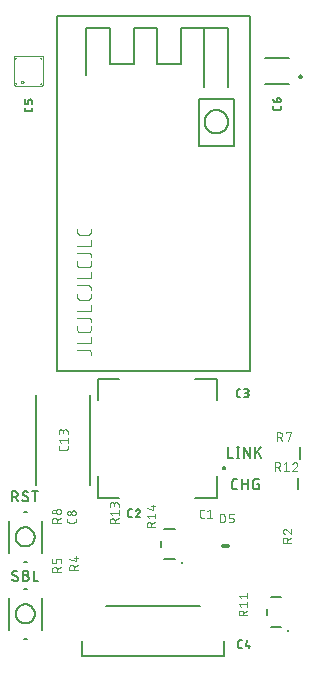
<source format=gbr>
G04 EAGLE Gerber RS-274X export*
G75*
%MOMM*%
%FSLAX34Y34*%
%LPD*%
%INSilkscreen Top*%
%IPPOS*%
%AMOC8*
5,1,8,0,0,1.08239X$1,22.5*%
G01*
%ADD10C,0.101600*%
%ADD11C,0.127000*%
%ADD12C,0.152400*%
%ADD13C,0.203200*%
%ADD14C,0.254000*%
%ADD15C,0.076200*%
%ADD16C,0.300000*%
%ADD17C,0.050800*%
%ADD18C,0.200000*%
%ADD19C,0.050000*%
%ADD20C,0.020000*%


D10*
X64188Y257633D02*
X73276Y257633D01*
X73276Y257632D02*
X73375Y257630D01*
X73475Y257624D01*
X73574Y257615D01*
X73672Y257602D01*
X73770Y257585D01*
X73868Y257564D01*
X73964Y257539D01*
X74059Y257511D01*
X74153Y257479D01*
X74246Y257444D01*
X74338Y257405D01*
X74428Y257362D01*
X74516Y257317D01*
X74603Y257267D01*
X74687Y257215D01*
X74770Y257159D01*
X74850Y257101D01*
X74928Y257039D01*
X75003Y256974D01*
X75076Y256906D01*
X75146Y256836D01*
X75214Y256763D01*
X75279Y256688D01*
X75341Y256610D01*
X75399Y256530D01*
X75455Y256447D01*
X75507Y256363D01*
X75557Y256276D01*
X75602Y256188D01*
X75645Y256098D01*
X75684Y256006D01*
X75719Y255913D01*
X75751Y255819D01*
X75779Y255724D01*
X75804Y255628D01*
X75825Y255530D01*
X75842Y255432D01*
X75855Y255334D01*
X75864Y255235D01*
X75870Y255135D01*
X75872Y255036D01*
X75872Y253738D01*
X75872Y263310D02*
X64188Y263310D01*
X75872Y263310D02*
X75872Y268503D01*
X75872Y275375D02*
X75872Y277972D01*
X75872Y275375D02*
X75870Y275276D01*
X75864Y275176D01*
X75855Y275077D01*
X75842Y274979D01*
X75825Y274881D01*
X75804Y274783D01*
X75779Y274687D01*
X75751Y274592D01*
X75719Y274498D01*
X75684Y274405D01*
X75645Y274313D01*
X75602Y274223D01*
X75557Y274135D01*
X75507Y274048D01*
X75455Y273964D01*
X75399Y273881D01*
X75341Y273801D01*
X75279Y273723D01*
X75214Y273648D01*
X75146Y273575D01*
X75076Y273505D01*
X75003Y273437D01*
X74928Y273372D01*
X74850Y273310D01*
X74770Y273252D01*
X74687Y273196D01*
X74603Y273144D01*
X74516Y273094D01*
X74428Y273049D01*
X74338Y273006D01*
X74246Y272967D01*
X74153Y272932D01*
X74059Y272900D01*
X73964Y272872D01*
X73868Y272847D01*
X73770Y272826D01*
X73672Y272809D01*
X73574Y272796D01*
X73475Y272787D01*
X73375Y272781D01*
X73276Y272779D01*
X66784Y272779D01*
X66784Y272778D02*
X66685Y272780D01*
X66585Y272786D01*
X66486Y272795D01*
X66388Y272808D01*
X66290Y272826D01*
X66192Y272846D01*
X66096Y272871D01*
X66000Y272899D01*
X65906Y272931D01*
X65813Y272966D01*
X65722Y273005D01*
X65632Y273048D01*
X65543Y273093D01*
X65457Y273143D01*
X65372Y273195D01*
X65290Y273251D01*
X65210Y273310D01*
X65132Y273371D01*
X65056Y273436D01*
X64983Y273504D01*
X64913Y273574D01*
X64845Y273647D01*
X64780Y273723D01*
X64719Y273801D01*
X64660Y273881D01*
X64604Y273963D01*
X64552Y274048D01*
X64503Y274134D01*
X64457Y274223D01*
X64414Y274313D01*
X64375Y274404D01*
X64340Y274497D01*
X64308Y274591D01*
X64280Y274687D01*
X64255Y274783D01*
X64235Y274881D01*
X64217Y274979D01*
X64204Y275077D01*
X64195Y275176D01*
X64189Y275275D01*
X64187Y275375D01*
X64188Y275375D02*
X64188Y277972D01*
X64188Y285065D02*
X73276Y285065D01*
X73276Y285064D02*
X73375Y285062D01*
X73475Y285056D01*
X73574Y285047D01*
X73672Y285034D01*
X73770Y285017D01*
X73868Y284996D01*
X73964Y284971D01*
X74059Y284943D01*
X74153Y284911D01*
X74246Y284876D01*
X74338Y284837D01*
X74428Y284794D01*
X74516Y284749D01*
X74603Y284699D01*
X74687Y284647D01*
X74770Y284591D01*
X74850Y284533D01*
X74928Y284471D01*
X75003Y284406D01*
X75076Y284338D01*
X75146Y284268D01*
X75214Y284195D01*
X75279Y284120D01*
X75341Y284042D01*
X75399Y283962D01*
X75455Y283879D01*
X75507Y283795D01*
X75557Y283708D01*
X75602Y283620D01*
X75645Y283530D01*
X75684Y283438D01*
X75719Y283345D01*
X75751Y283251D01*
X75779Y283156D01*
X75804Y283060D01*
X75825Y282962D01*
X75842Y282864D01*
X75855Y282766D01*
X75864Y282667D01*
X75870Y282567D01*
X75872Y282468D01*
X75872Y281170D01*
X75872Y290742D02*
X64188Y290742D01*
X75872Y290742D02*
X75872Y295935D01*
X75872Y302807D02*
X75872Y305404D01*
X75872Y302807D02*
X75870Y302708D01*
X75864Y302608D01*
X75855Y302509D01*
X75842Y302411D01*
X75825Y302313D01*
X75804Y302215D01*
X75779Y302119D01*
X75751Y302024D01*
X75719Y301930D01*
X75684Y301837D01*
X75645Y301745D01*
X75602Y301655D01*
X75557Y301567D01*
X75507Y301480D01*
X75455Y301396D01*
X75399Y301313D01*
X75341Y301233D01*
X75279Y301155D01*
X75214Y301080D01*
X75146Y301007D01*
X75076Y300937D01*
X75003Y300869D01*
X74928Y300804D01*
X74850Y300742D01*
X74770Y300684D01*
X74687Y300628D01*
X74603Y300576D01*
X74516Y300526D01*
X74428Y300481D01*
X74338Y300438D01*
X74246Y300399D01*
X74153Y300364D01*
X74059Y300332D01*
X73964Y300304D01*
X73868Y300279D01*
X73770Y300258D01*
X73672Y300241D01*
X73574Y300228D01*
X73475Y300219D01*
X73375Y300213D01*
X73276Y300211D01*
X66784Y300211D01*
X66784Y300210D02*
X66685Y300212D01*
X66585Y300218D01*
X66486Y300227D01*
X66388Y300240D01*
X66290Y300258D01*
X66192Y300278D01*
X66096Y300303D01*
X66000Y300331D01*
X65906Y300363D01*
X65813Y300398D01*
X65722Y300437D01*
X65632Y300480D01*
X65543Y300525D01*
X65457Y300575D01*
X65372Y300627D01*
X65290Y300683D01*
X65210Y300742D01*
X65132Y300803D01*
X65056Y300868D01*
X64983Y300936D01*
X64913Y301006D01*
X64845Y301079D01*
X64780Y301155D01*
X64719Y301233D01*
X64660Y301313D01*
X64604Y301395D01*
X64552Y301480D01*
X64503Y301566D01*
X64457Y301655D01*
X64414Y301745D01*
X64375Y301836D01*
X64340Y301929D01*
X64308Y302023D01*
X64280Y302119D01*
X64255Y302215D01*
X64235Y302313D01*
X64217Y302411D01*
X64204Y302509D01*
X64195Y302608D01*
X64189Y302707D01*
X64187Y302807D01*
X64188Y302807D02*
X64188Y305404D01*
X64188Y312497D02*
X73276Y312497D01*
X73276Y312496D02*
X73375Y312494D01*
X73475Y312488D01*
X73574Y312479D01*
X73672Y312466D01*
X73770Y312449D01*
X73868Y312428D01*
X73964Y312403D01*
X74059Y312375D01*
X74153Y312343D01*
X74246Y312308D01*
X74338Y312269D01*
X74428Y312226D01*
X74516Y312181D01*
X74603Y312131D01*
X74687Y312079D01*
X74770Y312023D01*
X74850Y311965D01*
X74928Y311903D01*
X75003Y311838D01*
X75076Y311770D01*
X75146Y311700D01*
X75214Y311627D01*
X75279Y311552D01*
X75341Y311474D01*
X75399Y311394D01*
X75455Y311311D01*
X75507Y311227D01*
X75557Y311140D01*
X75602Y311052D01*
X75645Y310962D01*
X75684Y310870D01*
X75719Y310777D01*
X75751Y310683D01*
X75779Y310588D01*
X75804Y310492D01*
X75825Y310394D01*
X75842Y310296D01*
X75855Y310198D01*
X75864Y310099D01*
X75870Y309999D01*
X75872Y309900D01*
X75872Y308602D01*
X75872Y318174D02*
X64188Y318174D01*
X75872Y318174D02*
X75872Y323367D01*
X75872Y330239D02*
X75872Y332836D01*
X75872Y330239D02*
X75870Y330140D01*
X75864Y330040D01*
X75855Y329941D01*
X75842Y329843D01*
X75825Y329745D01*
X75804Y329647D01*
X75779Y329551D01*
X75751Y329456D01*
X75719Y329362D01*
X75684Y329269D01*
X75645Y329177D01*
X75602Y329087D01*
X75557Y328999D01*
X75507Y328912D01*
X75455Y328828D01*
X75399Y328745D01*
X75341Y328665D01*
X75279Y328587D01*
X75214Y328512D01*
X75146Y328439D01*
X75076Y328369D01*
X75003Y328301D01*
X74928Y328236D01*
X74850Y328174D01*
X74770Y328116D01*
X74687Y328060D01*
X74603Y328008D01*
X74516Y327958D01*
X74428Y327913D01*
X74338Y327870D01*
X74246Y327831D01*
X74153Y327796D01*
X74059Y327764D01*
X73964Y327736D01*
X73868Y327711D01*
X73770Y327690D01*
X73672Y327673D01*
X73574Y327660D01*
X73475Y327651D01*
X73375Y327645D01*
X73276Y327643D01*
X66784Y327643D01*
X66784Y327642D02*
X66685Y327644D01*
X66585Y327650D01*
X66486Y327659D01*
X66388Y327672D01*
X66290Y327690D01*
X66192Y327710D01*
X66096Y327735D01*
X66000Y327763D01*
X65906Y327795D01*
X65813Y327830D01*
X65722Y327869D01*
X65632Y327912D01*
X65543Y327957D01*
X65457Y328007D01*
X65372Y328059D01*
X65290Y328115D01*
X65210Y328174D01*
X65132Y328235D01*
X65056Y328300D01*
X64983Y328368D01*
X64913Y328438D01*
X64845Y328511D01*
X64780Y328587D01*
X64719Y328665D01*
X64660Y328745D01*
X64604Y328827D01*
X64552Y328912D01*
X64503Y328998D01*
X64457Y329087D01*
X64414Y329177D01*
X64375Y329268D01*
X64340Y329361D01*
X64308Y329455D01*
X64280Y329551D01*
X64255Y329647D01*
X64235Y329745D01*
X64217Y329843D01*
X64204Y329941D01*
X64195Y330040D01*
X64189Y330139D01*
X64187Y330239D01*
X64188Y330239D02*
X64188Y332836D01*
X64188Y339929D02*
X73276Y339929D01*
X73276Y339928D02*
X73375Y339926D01*
X73475Y339920D01*
X73574Y339911D01*
X73672Y339898D01*
X73770Y339881D01*
X73868Y339860D01*
X73964Y339835D01*
X74059Y339807D01*
X74153Y339775D01*
X74246Y339740D01*
X74338Y339701D01*
X74428Y339658D01*
X74516Y339613D01*
X74603Y339563D01*
X74687Y339511D01*
X74770Y339455D01*
X74850Y339397D01*
X74928Y339335D01*
X75003Y339270D01*
X75076Y339202D01*
X75146Y339132D01*
X75214Y339059D01*
X75279Y338984D01*
X75341Y338906D01*
X75399Y338826D01*
X75455Y338743D01*
X75507Y338659D01*
X75557Y338572D01*
X75602Y338484D01*
X75645Y338394D01*
X75684Y338302D01*
X75719Y338209D01*
X75751Y338115D01*
X75779Y338020D01*
X75804Y337924D01*
X75825Y337826D01*
X75842Y337728D01*
X75855Y337630D01*
X75864Y337531D01*
X75870Y337431D01*
X75872Y337332D01*
X75872Y336034D01*
X75872Y345606D02*
X64188Y345606D01*
X75872Y345606D02*
X75872Y350799D01*
X75872Y357671D02*
X75872Y360268D01*
X75872Y357671D02*
X75870Y357572D01*
X75864Y357472D01*
X75855Y357373D01*
X75842Y357275D01*
X75825Y357177D01*
X75804Y357079D01*
X75779Y356983D01*
X75751Y356888D01*
X75719Y356794D01*
X75684Y356701D01*
X75645Y356609D01*
X75602Y356519D01*
X75557Y356431D01*
X75507Y356344D01*
X75455Y356260D01*
X75399Y356177D01*
X75341Y356097D01*
X75279Y356019D01*
X75214Y355944D01*
X75146Y355871D01*
X75076Y355801D01*
X75003Y355733D01*
X74928Y355668D01*
X74850Y355606D01*
X74770Y355548D01*
X74687Y355492D01*
X74603Y355440D01*
X74516Y355390D01*
X74428Y355345D01*
X74338Y355302D01*
X74246Y355263D01*
X74153Y355228D01*
X74059Y355196D01*
X73964Y355168D01*
X73868Y355143D01*
X73770Y355122D01*
X73672Y355105D01*
X73574Y355092D01*
X73475Y355083D01*
X73375Y355077D01*
X73276Y355075D01*
X66784Y355075D01*
X66784Y355074D02*
X66685Y355076D01*
X66585Y355082D01*
X66486Y355091D01*
X66388Y355104D01*
X66290Y355122D01*
X66192Y355142D01*
X66096Y355167D01*
X66000Y355195D01*
X65906Y355227D01*
X65813Y355262D01*
X65722Y355301D01*
X65632Y355344D01*
X65543Y355389D01*
X65457Y355439D01*
X65372Y355491D01*
X65290Y355547D01*
X65210Y355606D01*
X65132Y355667D01*
X65056Y355732D01*
X64983Y355800D01*
X64913Y355870D01*
X64845Y355943D01*
X64780Y356019D01*
X64719Y356097D01*
X64660Y356177D01*
X64604Y356259D01*
X64552Y356344D01*
X64503Y356430D01*
X64457Y356519D01*
X64414Y356609D01*
X64375Y356700D01*
X64340Y356793D01*
X64308Y356887D01*
X64280Y356983D01*
X64255Y357079D01*
X64235Y357177D01*
X64217Y357275D01*
X64204Y357373D01*
X64195Y357472D01*
X64189Y357571D01*
X64187Y357671D01*
X64188Y357671D02*
X64188Y360268D01*
D11*
X197681Y139525D02*
X199656Y139525D01*
X197681Y139525D02*
X197595Y139527D01*
X197509Y139533D01*
X197423Y139542D01*
X197338Y139555D01*
X197253Y139572D01*
X197170Y139592D01*
X197087Y139616D01*
X197005Y139644D01*
X196925Y139675D01*
X196846Y139710D01*
X196769Y139748D01*
X196693Y139790D01*
X196619Y139834D01*
X196548Y139882D01*
X196478Y139933D01*
X196411Y139987D01*
X196346Y140044D01*
X196284Y140104D01*
X196224Y140166D01*
X196167Y140231D01*
X196113Y140298D01*
X196062Y140368D01*
X196014Y140439D01*
X195970Y140513D01*
X195928Y140589D01*
X195890Y140666D01*
X195855Y140745D01*
X195824Y140825D01*
X195796Y140907D01*
X195772Y140990D01*
X195752Y141073D01*
X195735Y141158D01*
X195722Y141243D01*
X195713Y141329D01*
X195707Y141415D01*
X195705Y141501D01*
X195705Y146439D01*
X195707Y146528D01*
X195713Y146616D01*
X195723Y146704D01*
X195737Y146792D01*
X195755Y146879D01*
X195776Y146965D01*
X195802Y147050D01*
X195831Y147133D01*
X195864Y147216D01*
X195901Y147296D01*
X195941Y147375D01*
X195985Y147452D01*
X196032Y147528D01*
X196082Y147600D01*
X196136Y147671D01*
X196193Y147739D01*
X196253Y147805D01*
X196315Y147867D01*
X196381Y147927D01*
X196449Y147984D01*
X196520Y148038D01*
X196592Y148088D01*
X196667Y148135D01*
X196745Y148179D01*
X196824Y148219D01*
X196904Y148256D01*
X196987Y148289D01*
X197070Y148318D01*
X197155Y148344D01*
X197241Y148365D01*
X197328Y148383D01*
X197416Y148397D01*
X197504Y148407D01*
X197592Y148413D01*
X197681Y148415D01*
X199656Y148415D01*
X203664Y148415D02*
X203664Y139525D01*
X203664Y144464D02*
X208603Y144464D01*
X208603Y148415D02*
X208603Y139525D01*
X216875Y144464D02*
X218356Y144464D01*
X218356Y139525D01*
X215393Y139525D01*
X215307Y139527D01*
X215221Y139533D01*
X215135Y139542D01*
X215050Y139555D01*
X214965Y139572D01*
X214882Y139592D01*
X214799Y139616D01*
X214717Y139644D01*
X214637Y139675D01*
X214558Y139710D01*
X214481Y139748D01*
X214405Y139790D01*
X214331Y139834D01*
X214260Y139882D01*
X214190Y139933D01*
X214123Y139987D01*
X214058Y140044D01*
X213996Y140104D01*
X213936Y140166D01*
X213879Y140231D01*
X213825Y140298D01*
X213774Y140368D01*
X213726Y140439D01*
X213682Y140513D01*
X213640Y140589D01*
X213602Y140666D01*
X213567Y140745D01*
X213536Y140825D01*
X213508Y140907D01*
X213484Y140990D01*
X213464Y141073D01*
X213447Y141158D01*
X213434Y141243D01*
X213425Y141329D01*
X213419Y141415D01*
X213417Y141501D01*
X213417Y146439D01*
X213419Y146528D01*
X213425Y146616D01*
X213435Y146704D01*
X213449Y146792D01*
X213467Y146879D01*
X213488Y146965D01*
X213514Y147050D01*
X213543Y147133D01*
X213576Y147216D01*
X213613Y147296D01*
X213653Y147375D01*
X213697Y147452D01*
X213744Y147528D01*
X213794Y147600D01*
X213848Y147671D01*
X213905Y147739D01*
X213965Y147805D01*
X214027Y147867D01*
X214093Y147927D01*
X214161Y147984D01*
X214232Y148038D01*
X214304Y148088D01*
X214379Y148135D01*
X214457Y148179D01*
X214536Y148219D01*
X214616Y148256D01*
X214699Y148289D01*
X214782Y148318D01*
X214867Y148344D01*
X214953Y148365D01*
X215040Y148383D01*
X215128Y148397D01*
X215216Y148407D01*
X215304Y148413D01*
X215393Y148415D01*
X218356Y148415D01*
D12*
X9142Y138128D02*
X9142Y129492D01*
X9142Y138128D02*
X11541Y138128D01*
X11638Y138126D01*
X11734Y138120D01*
X11830Y138111D01*
X11926Y138097D01*
X12021Y138080D01*
X12115Y138058D01*
X12208Y138033D01*
X12301Y138005D01*
X12392Y137972D01*
X12481Y137936D01*
X12569Y137896D01*
X12656Y137853D01*
X12741Y137807D01*
X12823Y137757D01*
X12904Y137703D01*
X12982Y137647D01*
X13058Y137587D01*
X13132Y137525D01*
X13203Y137459D01*
X13271Y137391D01*
X13337Y137320D01*
X13399Y137246D01*
X13459Y137170D01*
X13515Y137092D01*
X13569Y137011D01*
X13619Y136928D01*
X13665Y136844D01*
X13708Y136757D01*
X13748Y136669D01*
X13784Y136580D01*
X13817Y136489D01*
X13845Y136396D01*
X13870Y136303D01*
X13892Y136209D01*
X13909Y136114D01*
X13923Y136018D01*
X13932Y135922D01*
X13938Y135826D01*
X13940Y135729D01*
X13938Y135632D01*
X13932Y135536D01*
X13923Y135440D01*
X13909Y135344D01*
X13892Y135249D01*
X13870Y135155D01*
X13845Y135062D01*
X13817Y134969D01*
X13784Y134878D01*
X13748Y134789D01*
X13708Y134701D01*
X13665Y134614D01*
X13619Y134530D01*
X13569Y134447D01*
X13515Y134366D01*
X13459Y134288D01*
X13399Y134212D01*
X13337Y134138D01*
X13271Y134067D01*
X13203Y133999D01*
X13132Y133933D01*
X13058Y133871D01*
X12982Y133811D01*
X12904Y133755D01*
X12823Y133701D01*
X12740Y133651D01*
X12656Y133605D01*
X12569Y133562D01*
X12481Y133522D01*
X12392Y133486D01*
X12301Y133453D01*
X12208Y133425D01*
X12115Y133400D01*
X12021Y133378D01*
X11926Y133361D01*
X11830Y133347D01*
X11734Y133338D01*
X11638Y133332D01*
X11541Y133330D01*
X9142Y133330D01*
X12021Y133330D02*
X13940Y129492D01*
X20775Y129492D02*
X20861Y129494D01*
X20947Y129500D01*
X21033Y129509D01*
X21118Y129523D01*
X21202Y129540D01*
X21286Y129561D01*
X21368Y129586D01*
X21449Y129614D01*
X21529Y129646D01*
X21608Y129682D01*
X21684Y129721D01*
X21759Y129764D01*
X21832Y129809D01*
X21903Y129859D01*
X21971Y129911D01*
X22038Y129966D01*
X22101Y130024D01*
X22162Y130085D01*
X22220Y130148D01*
X22275Y130215D01*
X22328Y130283D01*
X22377Y130354D01*
X22422Y130427D01*
X22465Y130502D01*
X22504Y130578D01*
X22540Y130657D01*
X22572Y130737D01*
X22600Y130818D01*
X22625Y130900D01*
X22646Y130984D01*
X22663Y131068D01*
X22677Y131153D01*
X22686Y131239D01*
X22692Y131325D01*
X22694Y131411D01*
X20775Y129492D02*
X20652Y129494D01*
X20529Y129499D01*
X20406Y129509D01*
X20284Y129522D01*
X20162Y129539D01*
X20040Y129559D01*
X19920Y129583D01*
X19800Y129611D01*
X19681Y129642D01*
X19563Y129677D01*
X19446Y129716D01*
X19330Y129758D01*
X19216Y129804D01*
X19103Y129853D01*
X18992Y129905D01*
X18882Y129961D01*
X18774Y130020D01*
X18668Y130083D01*
X18563Y130148D01*
X18461Y130217D01*
X18361Y130289D01*
X18264Y130364D01*
X18168Y130441D01*
X18075Y130522D01*
X17984Y130605D01*
X17896Y130691D01*
X18137Y136209D02*
X18139Y136295D01*
X18145Y136381D01*
X18154Y136467D01*
X18168Y136552D01*
X18185Y136636D01*
X18206Y136720D01*
X18231Y136802D01*
X18259Y136883D01*
X18291Y136963D01*
X18327Y137042D01*
X18366Y137118D01*
X18409Y137193D01*
X18454Y137266D01*
X18503Y137337D01*
X18556Y137405D01*
X18611Y137472D01*
X18669Y137535D01*
X18730Y137596D01*
X18793Y137654D01*
X18860Y137709D01*
X18928Y137762D01*
X18999Y137811D01*
X19072Y137856D01*
X19147Y137899D01*
X19223Y137938D01*
X19302Y137974D01*
X19382Y138006D01*
X19463Y138034D01*
X19545Y138059D01*
X19629Y138080D01*
X19713Y138097D01*
X19798Y138111D01*
X19884Y138120D01*
X19970Y138126D01*
X20056Y138128D01*
X20172Y138126D01*
X20287Y138121D01*
X20403Y138111D01*
X20518Y138098D01*
X20632Y138082D01*
X20746Y138061D01*
X20860Y138037D01*
X20972Y138009D01*
X21083Y137978D01*
X21194Y137943D01*
X21303Y137905D01*
X21411Y137863D01*
X21517Y137818D01*
X21623Y137769D01*
X21726Y137717D01*
X21828Y137662D01*
X21927Y137603D01*
X22025Y137541D01*
X22121Y137476D01*
X22215Y137408D01*
X19096Y134530D02*
X19022Y134576D01*
X18949Y134626D01*
X18879Y134679D01*
X18811Y134735D01*
X18746Y134794D01*
X18683Y134856D01*
X18624Y134921D01*
X18567Y134988D01*
X18513Y135058D01*
X18463Y135130D01*
X18416Y135204D01*
X18372Y135280D01*
X18332Y135359D01*
X18296Y135439D01*
X18263Y135520D01*
X18234Y135603D01*
X18208Y135688D01*
X18186Y135773D01*
X18169Y135859D01*
X18155Y135946D01*
X18145Y136033D01*
X18139Y136121D01*
X18137Y136209D01*
X21735Y133090D02*
X21809Y133044D01*
X21882Y132994D01*
X21952Y132941D01*
X22020Y132885D01*
X22085Y132826D01*
X22148Y132764D01*
X22207Y132699D01*
X22264Y132632D01*
X22318Y132562D01*
X22368Y132490D01*
X22415Y132416D01*
X22459Y132340D01*
X22499Y132261D01*
X22535Y132181D01*
X22568Y132100D01*
X22597Y132017D01*
X22623Y131932D01*
X22645Y131847D01*
X22662Y131761D01*
X22676Y131674D01*
X22686Y131587D01*
X22692Y131499D01*
X22694Y131411D01*
X21735Y133090D02*
X19096Y134530D01*
X28525Y138128D02*
X28525Y129492D01*
X26126Y138128D02*
X30924Y138128D01*
X13940Y64101D02*
X13938Y64015D01*
X13932Y63929D01*
X13923Y63843D01*
X13909Y63758D01*
X13892Y63674D01*
X13871Y63590D01*
X13846Y63508D01*
X13818Y63427D01*
X13786Y63347D01*
X13750Y63268D01*
X13711Y63192D01*
X13668Y63117D01*
X13623Y63044D01*
X13574Y62973D01*
X13521Y62905D01*
X13466Y62838D01*
X13408Y62775D01*
X13347Y62714D01*
X13284Y62656D01*
X13217Y62601D01*
X13149Y62549D01*
X13078Y62499D01*
X13005Y62454D01*
X12930Y62411D01*
X12854Y62372D01*
X12775Y62336D01*
X12695Y62304D01*
X12614Y62276D01*
X12532Y62251D01*
X12448Y62230D01*
X12364Y62213D01*
X12279Y62199D01*
X12193Y62190D01*
X12107Y62184D01*
X12021Y62182D01*
X11898Y62184D01*
X11775Y62189D01*
X11652Y62199D01*
X11530Y62212D01*
X11408Y62229D01*
X11286Y62249D01*
X11166Y62273D01*
X11046Y62301D01*
X10927Y62332D01*
X10809Y62367D01*
X10692Y62406D01*
X10576Y62448D01*
X10462Y62494D01*
X10349Y62543D01*
X10238Y62595D01*
X10128Y62651D01*
X10020Y62710D01*
X9914Y62773D01*
X9809Y62838D01*
X9707Y62907D01*
X9607Y62979D01*
X9510Y63054D01*
X9414Y63131D01*
X9321Y63212D01*
X9230Y63295D01*
X9142Y63381D01*
X9382Y68899D02*
X9384Y68985D01*
X9390Y69071D01*
X9399Y69157D01*
X9413Y69242D01*
X9430Y69326D01*
X9451Y69410D01*
X9476Y69492D01*
X9504Y69573D01*
X9536Y69653D01*
X9572Y69732D01*
X9611Y69808D01*
X9654Y69883D01*
X9699Y69956D01*
X9748Y70027D01*
X9801Y70095D01*
X9856Y70162D01*
X9914Y70225D01*
X9975Y70286D01*
X10038Y70344D01*
X10105Y70399D01*
X10173Y70452D01*
X10244Y70501D01*
X10317Y70546D01*
X10392Y70589D01*
X10468Y70628D01*
X10547Y70664D01*
X10627Y70696D01*
X10708Y70724D01*
X10790Y70749D01*
X10874Y70770D01*
X10958Y70787D01*
X11043Y70801D01*
X11129Y70810D01*
X11215Y70816D01*
X11301Y70818D01*
X11417Y70816D01*
X11532Y70811D01*
X11648Y70801D01*
X11763Y70788D01*
X11877Y70772D01*
X11991Y70751D01*
X12105Y70727D01*
X12217Y70699D01*
X12328Y70668D01*
X12439Y70633D01*
X12548Y70595D01*
X12656Y70553D01*
X12762Y70508D01*
X12868Y70459D01*
X12971Y70407D01*
X13073Y70352D01*
X13172Y70293D01*
X13270Y70231D01*
X13366Y70166D01*
X13460Y70098D01*
X10341Y67220D02*
X10267Y67266D01*
X10194Y67316D01*
X10124Y67369D01*
X10056Y67425D01*
X9991Y67484D01*
X9928Y67546D01*
X9869Y67611D01*
X9812Y67678D01*
X9758Y67748D01*
X9708Y67820D01*
X9661Y67894D01*
X9617Y67970D01*
X9577Y68049D01*
X9541Y68129D01*
X9508Y68210D01*
X9479Y68293D01*
X9453Y68378D01*
X9431Y68463D01*
X9414Y68549D01*
X9400Y68636D01*
X9390Y68723D01*
X9384Y68811D01*
X9382Y68899D01*
X12981Y65780D02*
X13055Y65734D01*
X13128Y65684D01*
X13198Y65631D01*
X13266Y65575D01*
X13331Y65516D01*
X13394Y65454D01*
X13453Y65389D01*
X13510Y65322D01*
X13564Y65252D01*
X13614Y65180D01*
X13661Y65106D01*
X13705Y65030D01*
X13745Y64951D01*
X13781Y64871D01*
X13814Y64790D01*
X13843Y64707D01*
X13869Y64622D01*
X13891Y64537D01*
X13908Y64451D01*
X13922Y64364D01*
X13932Y64277D01*
X13938Y64189D01*
X13940Y64101D01*
X12980Y65780D02*
X10341Y67220D01*
X18481Y66980D02*
X20880Y66980D01*
X20977Y66978D01*
X21073Y66972D01*
X21169Y66963D01*
X21265Y66949D01*
X21360Y66932D01*
X21454Y66910D01*
X21547Y66885D01*
X21640Y66857D01*
X21731Y66824D01*
X21820Y66788D01*
X21908Y66748D01*
X21995Y66705D01*
X22080Y66659D01*
X22162Y66609D01*
X22243Y66555D01*
X22321Y66499D01*
X22397Y66439D01*
X22471Y66377D01*
X22542Y66311D01*
X22610Y66243D01*
X22676Y66172D01*
X22738Y66098D01*
X22798Y66022D01*
X22854Y65944D01*
X22908Y65863D01*
X22958Y65780D01*
X23004Y65696D01*
X23047Y65609D01*
X23087Y65521D01*
X23123Y65432D01*
X23156Y65341D01*
X23184Y65248D01*
X23209Y65155D01*
X23231Y65061D01*
X23248Y64966D01*
X23262Y64870D01*
X23271Y64774D01*
X23277Y64678D01*
X23279Y64581D01*
X23277Y64484D01*
X23271Y64388D01*
X23262Y64292D01*
X23248Y64196D01*
X23231Y64101D01*
X23209Y64007D01*
X23184Y63914D01*
X23156Y63821D01*
X23123Y63730D01*
X23087Y63641D01*
X23047Y63553D01*
X23004Y63466D01*
X22958Y63381D01*
X22908Y63299D01*
X22854Y63218D01*
X22798Y63140D01*
X22738Y63064D01*
X22676Y62990D01*
X22610Y62919D01*
X22542Y62851D01*
X22471Y62785D01*
X22397Y62723D01*
X22321Y62663D01*
X22243Y62607D01*
X22162Y62553D01*
X22079Y62503D01*
X21995Y62457D01*
X21908Y62414D01*
X21820Y62374D01*
X21731Y62338D01*
X21640Y62305D01*
X21547Y62277D01*
X21454Y62252D01*
X21360Y62230D01*
X21265Y62213D01*
X21169Y62199D01*
X21073Y62190D01*
X20977Y62184D01*
X20880Y62182D01*
X18481Y62182D01*
X18481Y70818D01*
X20880Y70818D01*
X20966Y70816D01*
X21052Y70810D01*
X21138Y70801D01*
X21223Y70787D01*
X21307Y70770D01*
X21391Y70749D01*
X21473Y70724D01*
X21554Y70696D01*
X21634Y70664D01*
X21713Y70628D01*
X21789Y70589D01*
X21864Y70546D01*
X21937Y70501D01*
X22008Y70452D01*
X22076Y70399D01*
X22143Y70344D01*
X22206Y70286D01*
X22267Y70225D01*
X22325Y70162D01*
X22380Y70095D01*
X22433Y70027D01*
X22482Y69956D01*
X22527Y69883D01*
X22570Y69808D01*
X22609Y69732D01*
X22645Y69653D01*
X22677Y69573D01*
X22705Y69492D01*
X22730Y69410D01*
X22751Y69326D01*
X22768Y69242D01*
X22782Y69157D01*
X22791Y69071D01*
X22797Y68985D01*
X22799Y68899D01*
X22797Y68813D01*
X22791Y68727D01*
X22782Y68641D01*
X22768Y68556D01*
X22751Y68472D01*
X22730Y68388D01*
X22705Y68306D01*
X22677Y68225D01*
X22645Y68145D01*
X22609Y68066D01*
X22570Y67990D01*
X22527Y67915D01*
X22482Y67842D01*
X22433Y67771D01*
X22380Y67703D01*
X22325Y67636D01*
X22267Y67573D01*
X22206Y67512D01*
X22143Y67454D01*
X22076Y67399D01*
X22008Y67346D01*
X21937Y67297D01*
X21864Y67252D01*
X21789Y67209D01*
X21713Y67170D01*
X21634Y67134D01*
X21554Y67102D01*
X21473Y67074D01*
X21391Y67049D01*
X21307Y67028D01*
X21223Y67011D01*
X21138Y66997D01*
X21052Y66988D01*
X20966Y66982D01*
X20880Y66980D01*
X27456Y70818D02*
X27456Y62182D01*
X31294Y62182D01*
D11*
X191895Y166195D02*
X191895Y175085D01*
X191895Y166195D02*
X195846Y166195D01*
X200132Y166195D02*
X200132Y175085D01*
X199145Y166195D02*
X201120Y166195D01*
X201120Y175085D02*
X199145Y175085D01*
X205283Y175085D02*
X205283Y166195D01*
X210222Y166195D02*
X205283Y175085D01*
X210222Y175085D02*
X210222Y166195D01*
X215210Y166195D02*
X215210Y175085D01*
X220149Y175085D02*
X215210Y169652D01*
X217186Y171628D02*
X220149Y166195D01*
D13*
X146764Y105960D02*
X138176Y105960D01*
X138176Y80560D02*
X146764Y80560D01*
X135382Y90576D02*
X135382Y95944D01*
D14*
X152630Y77258D03*
D10*
X169983Y115378D02*
X171564Y115378D01*
X169983Y115378D02*
X169905Y115380D01*
X169828Y115386D01*
X169751Y115395D01*
X169675Y115408D01*
X169599Y115425D01*
X169524Y115446D01*
X169451Y115470D01*
X169378Y115498D01*
X169307Y115530D01*
X169238Y115565D01*
X169171Y115603D01*
X169105Y115644D01*
X169042Y115689D01*
X168981Y115737D01*
X168922Y115787D01*
X168866Y115841D01*
X168812Y115897D01*
X168762Y115956D01*
X168714Y116017D01*
X168669Y116080D01*
X168628Y116146D01*
X168590Y116213D01*
X168555Y116282D01*
X168523Y116353D01*
X168495Y116426D01*
X168471Y116499D01*
X168450Y116574D01*
X168433Y116650D01*
X168420Y116726D01*
X168411Y116803D01*
X168405Y116880D01*
X168403Y116958D01*
X168403Y120910D01*
X168405Y120988D01*
X168411Y121065D01*
X168420Y121142D01*
X168433Y121218D01*
X168450Y121294D01*
X168471Y121369D01*
X168495Y121442D01*
X168523Y121515D01*
X168555Y121586D01*
X168590Y121655D01*
X168628Y121722D01*
X168669Y121788D01*
X168714Y121851D01*
X168762Y121912D01*
X168812Y121971D01*
X168866Y122027D01*
X168922Y122081D01*
X168981Y122131D01*
X169042Y122179D01*
X169105Y122224D01*
X169171Y122265D01*
X169238Y122303D01*
X169307Y122338D01*
X169378Y122370D01*
X169451Y122398D01*
X169524Y122422D01*
X169599Y122443D01*
X169675Y122460D01*
X169751Y122473D01*
X169828Y122482D01*
X169905Y122488D01*
X169983Y122490D01*
X171564Y122490D01*
X174526Y120910D02*
X176502Y122490D01*
X176502Y115378D01*
X178477Y115378D02*
X174526Y115378D01*
D13*
X6182Y112896D02*
X6182Y86136D01*
X34182Y86136D02*
X34182Y112896D01*
X21482Y120516D02*
X18882Y120516D01*
X18882Y78516D02*
X21482Y78516D01*
D11*
X12132Y99516D02*
X12134Y99714D01*
X12142Y99911D01*
X12154Y100108D01*
X12171Y100305D01*
X12193Y100501D01*
X12219Y100697D01*
X12251Y100892D01*
X12287Y101086D01*
X12328Y101280D01*
X12373Y101472D01*
X12424Y101663D01*
X12479Y101853D01*
X12538Y102041D01*
X12603Y102228D01*
X12671Y102413D01*
X12745Y102597D01*
X12823Y102778D01*
X12905Y102958D01*
X12992Y103135D01*
X13083Y103311D01*
X13178Y103484D01*
X13277Y103655D01*
X13381Y103823D01*
X13489Y103988D01*
X13600Y104151D01*
X13716Y104311D01*
X13836Y104469D01*
X13959Y104623D01*
X14086Y104774D01*
X14217Y104922D01*
X14352Y105067D01*
X14490Y105208D01*
X14631Y105346D01*
X14776Y105481D01*
X14924Y105612D01*
X15075Y105739D01*
X15229Y105862D01*
X15387Y105982D01*
X15547Y106098D01*
X15710Y106209D01*
X15875Y106317D01*
X16043Y106421D01*
X16214Y106520D01*
X16387Y106615D01*
X16563Y106706D01*
X16740Y106793D01*
X16920Y106875D01*
X17101Y106953D01*
X17285Y107027D01*
X17470Y107095D01*
X17657Y107160D01*
X17845Y107219D01*
X18035Y107274D01*
X18226Y107325D01*
X18418Y107370D01*
X18612Y107411D01*
X18806Y107447D01*
X19001Y107479D01*
X19197Y107505D01*
X19393Y107527D01*
X19590Y107544D01*
X19787Y107556D01*
X19984Y107564D01*
X20182Y107566D01*
X20380Y107564D01*
X20577Y107556D01*
X20774Y107544D01*
X20971Y107527D01*
X21167Y107505D01*
X21363Y107479D01*
X21558Y107447D01*
X21752Y107411D01*
X21946Y107370D01*
X22138Y107325D01*
X22329Y107274D01*
X22519Y107219D01*
X22707Y107160D01*
X22894Y107095D01*
X23079Y107027D01*
X23263Y106953D01*
X23444Y106875D01*
X23624Y106793D01*
X23801Y106706D01*
X23977Y106615D01*
X24150Y106520D01*
X24321Y106421D01*
X24489Y106317D01*
X24654Y106209D01*
X24817Y106098D01*
X24977Y105982D01*
X25135Y105862D01*
X25289Y105739D01*
X25440Y105612D01*
X25588Y105481D01*
X25733Y105346D01*
X25874Y105208D01*
X26012Y105067D01*
X26147Y104922D01*
X26278Y104774D01*
X26405Y104623D01*
X26528Y104469D01*
X26648Y104311D01*
X26764Y104151D01*
X26875Y103988D01*
X26983Y103823D01*
X27087Y103655D01*
X27186Y103484D01*
X27281Y103311D01*
X27372Y103135D01*
X27459Y102958D01*
X27541Y102778D01*
X27619Y102597D01*
X27693Y102413D01*
X27761Y102228D01*
X27826Y102041D01*
X27885Y101853D01*
X27940Y101663D01*
X27991Y101472D01*
X28036Y101280D01*
X28077Y101086D01*
X28113Y100892D01*
X28145Y100697D01*
X28171Y100501D01*
X28193Y100305D01*
X28210Y100108D01*
X28222Y99911D01*
X28230Y99714D01*
X28232Y99516D01*
X28230Y99318D01*
X28222Y99121D01*
X28210Y98924D01*
X28193Y98727D01*
X28171Y98531D01*
X28145Y98335D01*
X28113Y98140D01*
X28077Y97946D01*
X28036Y97752D01*
X27991Y97560D01*
X27940Y97369D01*
X27885Y97179D01*
X27826Y96991D01*
X27761Y96804D01*
X27693Y96619D01*
X27619Y96435D01*
X27541Y96254D01*
X27459Y96074D01*
X27372Y95897D01*
X27281Y95721D01*
X27186Y95548D01*
X27087Y95377D01*
X26983Y95209D01*
X26875Y95044D01*
X26764Y94881D01*
X26648Y94721D01*
X26528Y94563D01*
X26405Y94409D01*
X26278Y94258D01*
X26147Y94110D01*
X26012Y93965D01*
X25874Y93824D01*
X25733Y93686D01*
X25588Y93551D01*
X25440Y93420D01*
X25289Y93293D01*
X25135Y93170D01*
X24977Y93050D01*
X24817Y92934D01*
X24654Y92823D01*
X24489Y92715D01*
X24321Y92611D01*
X24150Y92512D01*
X23977Y92417D01*
X23801Y92326D01*
X23624Y92239D01*
X23444Y92157D01*
X23263Y92079D01*
X23079Y92005D01*
X22894Y91937D01*
X22707Y91872D01*
X22519Y91813D01*
X22329Y91758D01*
X22138Y91707D01*
X21946Y91662D01*
X21752Y91621D01*
X21558Y91585D01*
X21363Y91553D01*
X21167Y91527D01*
X20971Y91505D01*
X20774Y91488D01*
X20577Y91476D01*
X20380Y91468D01*
X20182Y91466D01*
X19984Y91468D01*
X19787Y91476D01*
X19590Y91488D01*
X19393Y91505D01*
X19197Y91527D01*
X19001Y91553D01*
X18806Y91585D01*
X18612Y91621D01*
X18418Y91662D01*
X18226Y91707D01*
X18035Y91758D01*
X17845Y91813D01*
X17657Y91872D01*
X17470Y91937D01*
X17285Y92005D01*
X17101Y92079D01*
X16920Y92157D01*
X16740Y92239D01*
X16563Y92326D01*
X16387Y92417D01*
X16214Y92512D01*
X16043Y92611D01*
X15875Y92715D01*
X15710Y92823D01*
X15547Y92934D01*
X15387Y93050D01*
X15229Y93170D01*
X15075Y93293D01*
X14924Y93420D01*
X14776Y93551D01*
X14631Y93686D01*
X14490Y93824D01*
X14352Y93965D01*
X14217Y94110D01*
X14086Y94258D01*
X13959Y94409D01*
X13836Y94563D01*
X13716Y94721D01*
X13600Y94881D01*
X13489Y95044D01*
X13381Y95209D01*
X13277Y95377D01*
X13178Y95548D01*
X13083Y95721D01*
X12992Y95897D01*
X12905Y96074D01*
X12823Y96254D01*
X12745Y96435D01*
X12671Y96619D01*
X12603Y96804D01*
X12538Y96991D01*
X12479Y97179D01*
X12424Y97369D01*
X12373Y97560D01*
X12328Y97752D01*
X12287Y97946D01*
X12251Y98140D01*
X12219Y98335D01*
X12193Y98531D01*
X12171Y98727D01*
X12154Y98924D01*
X12142Y99121D01*
X12134Y99318D01*
X12132Y99516D01*
D15*
X238222Y94575D02*
X245588Y94575D01*
X238222Y94575D02*
X238222Y96621D01*
X238224Y96710D01*
X238230Y96799D01*
X238240Y96888D01*
X238253Y96976D01*
X238270Y97064D01*
X238292Y97151D01*
X238317Y97236D01*
X238345Y97321D01*
X238378Y97404D01*
X238414Y97486D01*
X238453Y97566D01*
X238496Y97644D01*
X238542Y97720D01*
X238592Y97795D01*
X238645Y97867D01*
X238701Y97936D01*
X238760Y98003D01*
X238821Y98068D01*
X238886Y98129D01*
X238953Y98188D01*
X239022Y98244D01*
X239094Y98297D01*
X239169Y98347D01*
X239245Y98393D01*
X239323Y98436D01*
X239403Y98475D01*
X239485Y98511D01*
X239568Y98544D01*
X239653Y98572D01*
X239738Y98597D01*
X239825Y98619D01*
X239913Y98636D01*
X240001Y98649D01*
X240090Y98659D01*
X240179Y98665D01*
X240268Y98667D01*
X240357Y98665D01*
X240446Y98659D01*
X240535Y98649D01*
X240623Y98636D01*
X240711Y98619D01*
X240798Y98597D01*
X240883Y98572D01*
X240968Y98544D01*
X241051Y98511D01*
X241133Y98475D01*
X241213Y98436D01*
X241291Y98393D01*
X241367Y98347D01*
X241442Y98297D01*
X241514Y98244D01*
X241583Y98188D01*
X241650Y98129D01*
X241715Y98068D01*
X241776Y98003D01*
X241835Y97936D01*
X241891Y97867D01*
X241944Y97795D01*
X241994Y97720D01*
X242040Y97644D01*
X242083Y97566D01*
X242122Y97486D01*
X242158Y97404D01*
X242191Y97321D01*
X242219Y97236D01*
X242244Y97151D01*
X242266Y97064D01*
X242283Y96976D01*
X242296Y96888D01*
X242306Y96799D01*
X242312Y96710D01*
X242314Y96621D01*
X242315Y96621D02*
X242315Y94575D01*
X242315Y97030D02*
X245588Y98667D01*
X240064Y105932D02*
X239979Y105930D01*
X239894Y105924D01*
X239810Y105914D01*
X239726Y105901D01*
X239642Y105883D01*
X239560Y105862D01*
X239479Y105837D01*
X239399Y105808D01*
X239320Y105775D01*
X239243Y105739D01*
X239168Y105699D01*
X239094Y105656D01*
X239023Y105610D01*
X238954Y105560D01*
X238887Y105507D01*
X238823Y105451D01*
X238762Y105392D01*
X238703Y105331D01*
X238647Y105267D01*
X238594Y105200D01*
X238544Y105131D01*
X238498Y105060D01*
X238455Y104986D01*
X238415Y104911D01*
X238379Y104834D01*
X238346Y104755D01*
X238317Y104675D01*
X238292Y104594D01*
X238271Y104512D01*
X238253Y104428D01*
X238240Y104344D01*
X238230Y104260D01*
X238224Y104175D01*
X238222Y104090D01*
X238224Y103994D01*
X238230Y103898D01*
X238240Y103803D01*
X238253Y103708D01*
X238271Y103613D01*
X238292Y103520D01*
X238317Y103427D01*
X238346Y103336D01*
X238378Y103245D01*
X238414Y103156D01*
X238454Y103069D01*
X238497Y102983D01*
X238543Y102899D01*
X238593Y102817D01*
X238647Y102737D01*
X238703Y102660D01*
X238763Y102585D01*
X238825Y102512D01*
X238891Y102442D01*
X238959Y102374D01*
X239030Y102309D01*
X239103Y102248D01*
X239179Y102189D01*
X239258Y102133D01*
X239338Y102081D01*
X239421Y102032D01*
X239505Y101986D01*
X239591Y101944D01*
X239679Y101906D01*
X239768Y101871D01*
X239859Y101839D01*
X241496Y105317D02*
X241437Y105377D01*
X241375Y105434D01*
X241311Y105489D01*
X241244Y105540D01*
X241175Y105589D01*
X241105Y105635D01*
X241032Y105678D01*
X240958Y105718D01*
X240882Y105754D01*
X240804Y105787D01*
X240725Y105817D01*
X240645Y105844D01*
X240564Y105867D01*
X240482Y105886D01*
X240400Y105902D01*
X240316Y105915D01*
X240232Y105924D01*
X240148Y105929D01*
X240064Y105931D01*
X241496Y105317D02*
X245588Y101839D01*
X245588Y105931D01*
D16*
X191845Y91310D02*
X187845Y91310D01*
D10*
X185109Y111680D02*
X185109Y118792D01*
X187085Y118792D01*
X187171Y118790D01*
X187257Y118784D01*
X187343Y118775D01*
X187428Y118762D01*
X187513Y118745D01*
X187596Y118725D01*
X187679Y118701D01*
X187761Y118673D01*
X187841Y118642D01*
X187920Y118607D01*
X187997Y118569D01*
X188073Y118527D01*
X188147Y118483D01*
X188218Y118435D01*
X188288Y118384D01*
X188355Y118330D01*
X188420Y118273D01*
X188482Y118213D01*
X188542Y118151D01*
X188599Y118086D01*
X188653Y118019D01*
X188704Y117949D01*
X188752Y117878D01*
X188796Y117804D01*
X188838Y117728D01*
X188876Y117651D01*
X188911Y117572D01*
X188942Y117492D01*
X188970Y117410D01*
X188994Y117327D01*
X189014Y117244D01*
X189031Y117159D01*
X189044Y117074D01*
X189053Y116988D01*
X189059Y116902D01*
X189061Y116816D01*
X189061Y113656D01*
X189059Y113570D01*
X189053Y113484D01*
X189044Y113398D01*
X189031Y113313D01*
X189014Y113228D01*
X188994Y113145D01*
X188970Y113062D01*
X188942Y112980D01*
X188911Y112900D01*
X188876Y112821D01*
X188838Y112744D01*
X188796Y112668D01*
X188752Y112594D01*
X188704Y112523D01*
X188653Y112453D01*
X188599Y112386D01*
X188542Y112321D01*
X188482Y112259D01*
X188420Y112199D01*
X188355Y112142D01*
X188288Y112088D01*
X188218Y112037D01*
X188147Y111989D01*
X188073Y111945D01*
X187997Y111903D01*
X187920Y111865D01*
X187841Y111830D01*
X187761Y111799D01*
X187679Y111771D01*
X187596Y111747D01*
X187513Y111727D01*
X187428Y111710D01*
X187343Y111697D01*
X187257Y111688D01*
X187171Y111682D01*
X187085Y111680D01*
X185109Y111680D01*
X192669Y111680D02*
X195039Y111680D01*
X195117Y111682D01*
X195194Y111688D01*
X195271Y111697D01*
X195347Y111710D01*
X195423Y111727D01*
X195498Y111748D01*
X195571Y111772D01*
X195644Y111800D01*
X195715Y111832D01*
X195784Y111867D01*
X195851Y111905D01*
X195917Y111946D01*
X195980Y111991D01*
X196041Y112039D01*
X196100Y112089D01*
X196156Y112143D01*
X196210Y112199D01*
X196260Y112258D01*
X196308Y112319D01*
X196353Y112382D01*
X196394Y112448D01*
X196432Y112515D01*
X196467Y112584D01*
X196499Y112655D01*
X196527Y112728D01*
X196551Y112801D01*
X196572Y112876D01*
X196589Y112952D01*
X196602Y113028D01*
X196611Y113105D01*
X196617Y113182D01*
X196619Y113260D01*
X196620Y113260D02*
X196620Y114051D01*
X196619Y114051D02*
X196617Y114129D01*
X196611Y114206D01*
X196602Y114283D01*
X196589Y114359D01*
X196572Y114435D01*
X196551Y114510D01*
X196527Y114583D01*
X196499Y114656D01*
X196467Y114727D01*
X196432Y114796D01*
X196394Y114863D01*
X196353Y114929D01*
X196308Y114992D01*
X196260Y115053D01*
X196210Y115112D01*
X196156Y115168D01*
X196100Y115222D01*
X196041Y115272D01*
X195980Y115320D01*
X195917Y115365D01*
X195851Y115406D01*
X195784Y115444D01*
X195715Y115479D01*
X195644Y115511D01*
X195571Y115539D01*
X195498Y115563D01*
X195423Y115584D01*
X195347Y115601D01*
X195271Y115614D01*
X195194Y115623D01*
X195117Y115629D01*
X195039Y115631D01*
X192669Y115631D01*
X192669Y118792D01*
X196620Y118792D01*
D13*
X227996Y48500D02*
X236584Y48500D01*
X236584Y23100D02*
X227996Y23100D01*
X225202Y33116D02*
X225202Y38484D01*
D14*
X242450Y19798D03*
D15*
X208337Y32888D02*
X200971Y32888D01*
X200971Y34934D01*
X200973Y35023D01*
X200979Y35112D01*
X200989Y35201D01*
X201002Y35289D01*
X201019Y35377D01*
X201041Y35464D01*
X201066Y35549D01*
X201094Y35634D01*
X201127Y35717D01*
X201163Y35799D01*
X201202Y35879D01*
X201245Y35957D01*
X201291Y36033D01*
X201341Y36108D01*
X201394Y36180D01*
X201450Y36249D01*
X201509Y36316D01*
X201570Y36381D01*
X201635Y36442D01*
X201702Y36501D01*
X201771Y36557D01*
X201843Y36610D01*
X201918Y36660D01*
X201994Y36706D01*
X202072Y36749D01*
X202152Y36788D01*
X202234Y36824D01*
X202317Y36857D01*
X202402Y36885D01*
X202487Y36910D01*
X202574Y36932D01*
X202662Y36949D01*
X202750Y36962D01*
X202839Y36972D01*
X202928Y36978D01*
X203017Y36980D01*
X203106Y36978D01*
X203195Y36972D01*
X203284Y36962D01*
X203372Y36949D01*
X203460Y36932D01*
X203547Y36910D01*
X203632Y36885D01*
X203717Y36857D01*
X203800Y36824D01*
X203882Y36788D01*
X203962Y36749D01*
X204040Y36706D01*
X204116Y36660D01*
X204191Y36610D01*
X204263Y36557D01*
X204332Y36501D01*
X204399Y36442D01*
X204464Y36381D01*
X204525Y36316D01*
X204584Y36249D01*
X204640Y36180D01*
X204693Y36108D01*
X204743Y36033D01*
X204789Y35957D01*
X204832Y35879D01*
X204871Y35799D01*
X204907Y35717D01*
X204940Y35634D01*
X204968Y35549D01*
X204993Y35464D01*
X205015Y35377D01*
X205032Y35289D01*
X205045Y35201D01*
X205055Y35112D01*
X205061Y35023D01*
X205063Y34934D01*
X205063Y32888D01*
X205063Y35343D02*
X208337Y36980D01*
X202608Y40152D02*
X200971Y42198D01*
X208337Y42198D01*
X208337Y40152D02*
X208337Y44244D01*
X202608Y47467D02*
X200971Y49513D01*
X208337Y49513D01*
X208337Y47467D02*
X208337Y51559D01*
X231891Y155151D02*
X231891Y162517D01*
X233937Y162517D01*
X234026Y162515D01*
X234115Y162509D01*
X234204Y162499D01*
X234292Y162486D01*
X234380Y162469D01*
X234467Y162447D01*
X234552Y162422D01*
X234637Y162394D01*
X234720Y162361D01*
X234802Y162325D01*
X234882Y162286D01*
X234960Y162243D01*
X235036Y162197D01*
X235111Y162147D01*
X235183Y162094D01*
X235252Y162038D01*
X235319Y161979D01*
X235384Y161918D01*
X235445Y161853D01*
X235504Y161786D01*
X235560Y161717D01*
X235613Y161645D01*
X235663Y161570D01*
X235709Y161494D01*
X235752Y161416D01*
X235791Y161336D01*
X235827Y161254D01*
X235860Y161171D01*
X235888Y161086D01*
X235913Y161001D01*
X235935Y160914D01*
X235952Y160826D01*
X235965Y160738D01*
X235975Y160649D01*
X235981Y160560D01*
X235983Y160471D01*
X235981Y160382D01*
X235975Y160293D01*
X235965Y160204D01*
X235952Y160116D01*
X235935Y160028D01*
X235913Y159941D01*
X235888Y159856D01*
X235860Y159771D01*
X235827Y159688D01*
X235791Y159606D01*
X235752Y159526D01*
X235709Y159448D01*
X235663Y159372D01*
X235613Y159297D01*
X235560Y159225D01*
X235504Y159156D01*
X235445Y159089D01*
X235384Y159024D01*
X235319Y158963D01*
X235252Y158904D01*
X235183Y158848D01*
X235111Y158795D01*
X235036Y158745D01*
X234960Y158699D01*
X234882Y158656D01*
X234802Y158617D01*
X234720Y158581D01*
X234637Y158548D01*
X234552Y158520D01*
X234467Y158495D01*
X234380Y158473D01*
X234292Y158456D01*
X234204Y158443D01*
X234115Y158433D01*
X234026Y158427D01*
X233937Y158425D01*
X231891Y158425D01*
X234346Y158425D02*
X235983Y155151D01*
X239155Y160880D02*
X241201Y162517D01*
X241201Y155151D01*
X239155Y155151D02*
X243247Y155151D01*
X250563Y160676D02*
X250561Y160761D01*
X250555Y160846D01*
X250545Y160930D01*
X250532Y161014D01*
X250514Y161098D01*
X250493Y161180D01*
X250468Y161261D01*
X250439Y161341D01*
X250406Y161420D01*
X250370Y161497D01*
X250330Y161572D01*
X250287Y161646D01*
X250241Y161717D01*
X250191Y161786D01*
X250138Y161853D01*
X250082Y161917D01*
X250023Y161978D01*
X249962Y162037D01*
X249898Y162093D01*
X249831Y162146D01*
X249762Y162196D01*
X249691Y162242D01*
X249617Y162285D01*
X249542Y162325D01*
X249465Y162361D01*
X249386Y162394D01*
X249306Y162423D01*
X249225Y162448D01*
X249143Y162469D01*
X249059Y162487D01*
X248975Y162500D01*
X248891Y162510D01*
X248806Y162516D01*
X248721Y162518D01*
X248721Y162517D02*
X248625Y162515D01*
X248529Y162509D01*
X248434Y162499D01*
X248339Y162486D01*
X248244Y162468D01*
X248151Y162447D01*
X248058Y162422D01*
X247967Y162393D01*
X247876Y162361D01*
X247787Y162325D01*
X247700Y162285D01*
X247614Y162242D01*
X247530Y162196D01*
X247448Y162146D01*
X247368Y162092D01*
X247291Y162036D01*
X247216Y161976D01*
X247143Y161914D01*
X247073Y161848D01*
X247005Y161780D01*
X246940Y161709D01*
X246879Y161636D01*
X246820Y161560D01*
X246764Y161481D01*
X246712Y161401D01*
X246663Y161318D01*
X246617Y161234D01*
X246575Y161148D01*
X246537Y161060D01*
X246502Y160971D01*
X246470Y160880D01*
X249949Y159244D02*
X250009Y159303D01*
X250066Y159365D01*
X250121Y159429D01*
X250172Y159496D01*
X250221Y159565D01*
X250267Y159635D01*
X250310Y159708D01*
X250350Y159782D01*
X250386Y159858D01*
X250419Y159936D01*
X250449Y160015D01*
X250476Y160095D01*
X250499Y160176D01*
X250518Y160258D01*
X250534Y160340D01*
X250547Y160424D01*
X250556Y160508D01*
X250561Y160592D01*
X250563Y160676D01*
X249949Y159243D02*
X246470Y155151D01*
X250562Y155151D01*
D11*
X251395Y149633D02*
X251395Y140108D01*
D17*
X99251Y111085D02*
X92139Y111085D01*
X92139Y113061D01*
X92138Y113061D02*
X92140Y113148D01*
X92146Y113236D01*
X92155Y113323D01*
X92169Y113409D01*
X92186Y113495D01*
X92207Y113579D01*
X92232Y113663D01*
X92261Y113746D01*
X92293Y113827D01*
X92328Y113907D01*
X92367Y113985D01*
X92410Y114062D01*
X92456Y114136D01*
X92505Y114208D01*
X92557Y114278D01*
X92613Y114346D01*
X92671Y114411D01*
X92732Y114474D01*
X92796Y114533D01*
X92863Y114590D01*
X92931Y114644D01*
X93003Y114695D01*
X93076Y114742D01*
X93151Y114787D01*
X93229Y114828D01*
X93308Y114865D01*
X93388Y114899D01*
X93470Y114929D01*
X93553Y114956D01*
X93638Y114979D01*
X93723Y114998D01*
X93809Y115013D01*
X93896Y115025D01*
X93983Y115033D01*
X94070Y115037D01*
X94158Y115037D01*
X94245Y115033D01*
X94332Y115025D01*
X94419Y115013D01*
X94505Y114998D01*
X94590Y114979D01*
X94675Y114956D01*
X94758Y114929D01*
X94840Y114899D01*
X94920Y114865D01*
X94999Y114828D01*
X95077Y114787D01*
X95152Y114742D01*
X95225Y114695D01*
X95297Y114644D01*
X95365Y114590D01*
X95432Y114533D01*
X95496Y114474D01*
X95557Y114411D01*
X95615Y114346D01*
X95671Y114278D01*
X95723Y114208D01*
X95772Y114136D01*
X95818Y114062D01*
X95861Y113985D01*
X95900Y113907D01*
X95935Y113827D01*
X95967Y113746D01*
X95996Y113663D01*
X96021Y113579D01*
X96042Y113495D01*
X96059Y113409D01*
X96073Y113323D01*
X96082Y113236D01*
X96088Y113148D01*
X96090Y113061D01*
X96090Y111085D01*
X96090Y113456D02*
X99251Y115037D01*
X93719Y117903D02*
X92139Y119878D01*
X99251Y119878D01*
X99251Y117903D02*
X99251Y121854D01*
X99251Y124761D02*
X99251Y126736D01*
X99249Y126823D01*
X99243Y126911D01*
X99234Y126998D01*
X99220Y127084D01*
X99203Y127170D01*
X99182Y127254D01*
X99157Y127338D01*
X99128Y127421D01*
X99096Y127502D01*
X99061Y127582D01*
X99022Y127660D01*
X98979Y127737D01*
X98933Y127811D01*
X98884Y127883D01*
X98832Y127953D01*
X98776Y128021D01*
X98718Y128086D01*
X98657Y128149D01*
X98593Y128208D01*
X98526Y128265D01*
X98458Y128319D01*
X98386Y128370D01*
X98313Y128417D01*
X98238Y128462D01*
X98160Y128503D01*
X98081Y128540D01*
X98001Y128574D01*
X97919Y128604D01*
X97836Y128631D01*
X97751Y128654D01*
X97666Y128673D01*
X97580Y128688D01*
X97493Y128700D01*
X97406Y128708D01*
X97319Y128712D01*
X97231Y128712D01*
X97144Y128708D01*
X97057Y128700D01*
X96970Y128688D01*
X96884Y128673D01*
X96799Y128654D01*
X96714Y128631D01*
X96631Y128604D01*
X96549Y128574D01*
X96469Y128540D01*
X96390Y128503D01*
X96312Y128462D01*
X96237Y128417D01*
X96164Y128370D01*
X96092Y128319D01*
X96024Y128265D01*
X95957Y128208D01*
X95893Y128149D01*
X95832Y128086D01*
X95774Y128021D01*
X95718Y127953D01*
X95666Y127883D01*
X95617Y127811D01*
X95571Y127737D01*
X95528Y127660D01*
X95489Y127582D01*
X95454Y127502D01*
X95422Y127421D01*
X95393Y127338D01*
X95368Y127254D01*
X95347Y127170D01*
X95330Y127084D01*
X95316Y126998D01*
X95307Y126911D01*
X95301Y126823D01*
X95299Y126736D01*
X92139Y127132D02*
X92139Y124761D01*
X92139Y127132D02*
X92141Y127211D01*
X92147Y127289D01*
X92157Y127367D01*
X92170Y127445D01*
X92188Y127522D01*
X92209Y127598D01*
X92234Y127672D01*
X92263Y127746D01*
X92295Y127818D01*
X92331Y127888D01*
X92371Y127956D01*
X92414Y128022D01*
X92460Y128086D01*
X92509Y128148D01*
X92561Y128207D01*
X92616Y128263D01*
X92674Y128317D01*
X92734Y128367D01*
X92797Y128415D01*
X92862Y128459D01*
X92929Y128500D01*
X92998Y128538D01*
X93069Y128572D01*
X93142Y128603D01*
X93216Y128630D01*
X93291Y128653D01*
X93367Y128672D01*
X93445Y128688D01*
X93523Y128700D01*
X93601Y128708D01*
X93680Y128712D01*
X93758Y128712D01*
X93837Y128708D01*
X93915Y128700D01*
X93993Y128688D01*
X94071Y128672D01*
X94147Y128653D01*
X94222Y128630D01*
X94296Y128603D01*
X94369Y128572D01*
X94440Y128538D01*
X94509Y128500D01*
X94576Y128459D01*
X94641Y128415D01*
X94704Y128367D01*
X94764Y128317D01*
X94822Y128263D01*
X94877Y128207D01*
X94929Y128148D01*
X94978Y128086D01*
X95024Y128022D01*
X95067Y127956D01*
X95107Y127888D01*
X95143Y127818D01*
X95175Y127746D01*
X95204Y127672D01*
X95229Y127598D01*
X95250Y127522D01*
X95268Y127445D01*
X95281Y127367D01*
X95291Y127289D01*
X95297Y127211D01*
X95299Y127132D01*
X95300Y127132D02*
X95300Y125551D01*
D15*
X123048Y107708D02*
X130414Y107708D01*
X123048Y107708D02*
X123048Y109754D01*
X123050Y109843D01*
X123056Y109932D01*
X123066Y110021D01*
X123079Y110109D01*
X123096Y110197D01*
X123118Y110284D01*
X123143Y110369D01*
X123171Y110454D01*
X123204Y110537D01*
X123240Y110619D01*
X123279Y110699D01*
X123322Y110777D01*
X123368Y110853D01*
X123418Y110928D01*
X123471Y111000D01*
X123527Y111069D01*
X123586Y111136D01*
X123647Y111201D01*
X123712Y111262D01*
X123779Y111321D01*
X123848Y111377D01*
X123920Y111430D01*
X123995Y111480D01*
X124071Y111526D01*
X124149Y111569D01*
X124229Y111608D01*
X124311Y111644D01*
X124394Y111677D01*
X124479Y111705D01*
X124564Y111730D01*
X124651Y111752D01*
X124739Y111769D01*
X124827Y111782D01*
X124916Y111792D01*
X125005Y111798D01*
X125094Y111800D01*
X125183Y111798D01*
X125272Y111792D01*
X125361Y111782D01*
X125449Y111769D01*
X125537Y111752D01*
X125624Y111730D01*
X125709Y111705D01*
X125794Y111677D01*
X125877Y111644D01*
X125959Y111608D01*
X126039Y111569D01*
X126117Y111526D01*
X126193Y111480D01*
X126268Y111430D01*
X126340Y111377D01*
X126409Y111321D01*
X126476Y111262D01*
X126541Y111201D01*
X126602Y111136D01*
X126661Y111069D01*
X126717Y111000D01*
X126770Y110928D01*
X126820Y110853D01*
X126866Y110777D01*
X126909Y110699D01*
X126948Y110619D01*
X126984Y110537D01*
X127017Y110454D01*
X127045Y110369D01*
X127070Y110284D01*
X127092Y110197D01*
X127109Y110109D01*
X127122Y110021D01*
X127132Y109932D01*
X127138Y109843D01*
X127140Y109754D01*
X127141Y109754D02*
X127141Y107708D01*
X127141Y110163D02*
X130414Y111800D01*
X124685Y114972D02*
X123048Y117018D01*
X130414Y117018D01*
X130414Y114972D02*
X130414Y119064D01*
X128777Y122287D02*
X123048Y123924D01*
X128777Y122287D02*
X128777Y126379D01*
X127141Y125151D02*
X130414Y125151D01*
D12*
X110475Y116109D02*
X109007Y116109D01*
X108933Y116111D01*
X108858Y116117D01*
X108785Y116126D01*
X108711Y116139D01*
X108639Y116156D01*
X108568Y116176D01*
X108497Y116200D01*
X108428Y116228D01*
X108361Y116259D01*
X108295Y116293D01*
X108230Y116331D01*
X108168Y116372D01*
X108108Y116416D01*
X108051Y116463D01*
X107996Y116513D01*
X107943Y116566D01*
X107893Y116621D01*
X107846Y116678D01*
X107802Y116738D01*
X107761Y116800D01*
X107723Y116865D01*
X107689Y116931D01*
X107658Y116998D01*
X107630Y117067D01*
X107606Y117138D01*
X107586Y117209D01*
X107569Y117281D01*
X107556Y117355D01*
X107547Y117428D01*
X107541Y117503D01*
X107539Y117577D01*
X107540Y117577D02*
X107540Y121246D01*
X107539Y121246D02*
X107541Y121320D01*
X107547Y121395D01*
X107556Y121468D01*
X107569Y121542D01*
X107586Y121614D01*
X107606Y121685D01*
X107630Y121756D01*
X107658Y121825D01*
X107689Y121892D01*
X107723Y121958D01*
X107761Y122023D01*
X107802Y122085D01*
X107846Y122145D01*
X107893Y122202D01*
X107943Y122257D01*
X107996Y122310D01*
X108051Y122360D01*
X108108Y122407D01*
X108168Y122451D01*
X108230Y122492D01*
X108295Y122530D01*
X108360Y122564D01*
X108428Y122595D01*
X108497Y122623D01*
X108568Y122647D01*
X108639Y122667D01*
X108711Y122684D01*
X108785Y122697D01*
X108858Y122706D01*
X108933Y122712D01*
X109007Y122714D01*
X109007Y122713D02*
X110475Y122713D01*
X115689Y122713D02*
X115768Y122711D01*
X115846Y122706D01*
X115924Y122696D01*
X116001Y122683D01*
X116078Y122666D01*
X116154Y122646D01*
X116229Y122622D01*
X116303Y122595D01*
X116375Y122564D01*
X116446Y122529D01*
X116515Y122492D01*
X116582Y122451D01*
X116647Y122407D01*
X116710Y122360D01*
X116770Y122310D01*
X116828Y122257D01*
X116884Y122201D01*
X116937Y122143D01*
X116987Y122083D01*
X117034Y122020D01*
X117078Y121955D01*
X117119Y121888D01*
X117156Y121819D01*
X117191Y121748D01*
X117222Y121676D01*
X117249Y121602D01*
X117273Y121527D01*
X117293Y121451D01*
X117310Y121374D01*
X117323Y121297D01*
X117333Y121219D01*
X117338Y121141D01*
X117340Y121062D01*
X115689Y122713D02*
X115600Y122711D01*
X115511Y122706D01*
X115423Y122696D01*
X115335Y122683D01*
X115248Y122667D01*
X115161Y122646D01*
X115076Y122622D01*
X114991Y122595D01*
X114908Y122564D01*
X114826Y122529D01*
X114745Y122491D01*
X114666Y122450D01*
X114590Y122406D01*
X114514Y122358D01*
X114441Y122307D01*
X114371Y122254D01*
X114302Y122197D01*
X114236Y122137D01*
X114173Y122075D01*
X114112Y122010D01*
X114054Y121943D01*
X113999Y121873D01*
X113946Y121801D01*
X113897Y121727D01*
X113851Y121651D01*
X113809Y121573D01*
X113769Y121493D01*
X113733Y121412D01*
X113700Y121329D01*
X113671Y121245D01*
X116790Y119778D02*
X116846Y119834D01*
X116900Y119893D01*
X116951Y119954D01*
X117000Y120018D01*
X117045Y120083D01*
X117088Y120151D01*
X117127Y120220D01*
X117164Y120291D01*
X117197Y120364D01*
X117226Y120438D01*
X117253Y120513D01*
X117276Y120589D01*
X117295Y120667D01*
X117311Y120745D01*
X117324Y120823D01*
X117333Y120903D01*
X117338Y120982D01*
X117340Y121062D01*
X116790Y119778D02*
X113671Y116109D01*
X117340Y116109D01*
X202134Y5222D02*
X203601Y5222D01*
X202134Y5221D02*
X202060Y5223D01*
X201985Y5229D01*
X201912Y5238D01*
X201838Y5251D01*
X201766Y5268D01*
X201695Y5288D01*
X201624Y5312D01*
X201555Y5340D01*
X201488Y5371D01*
X201422Y5405D01*
X201357Y5443D01*
X201295Y5484D01*
X201235Y5528D01*
X201178Y5575D01*
X201123Y5625D01*
X201070Y5678D01*
X201020Y5733D01*
X200973Y5790D01*
X200929Y5850D01*
X200888Y5912D01*
X200850Y5977D01*
X200816Y6043D01*
X200785Y6110D01*
X200757Y6179D01*
X200733Y6250D01*
X200713Y6321D01*
X200696Y6393D01*
X200683Y6467D01*
X200674Y6540D01*
X200668Y6615D01*
X200666Y6689D01*
X200666Y10358D01*
X200668Y10432D01*
X200674Y10507D01*
X200683Y10580D01*
X200696Y10654D01*
X200713Y10726D01*
X200733Y10797D01*
X200757Y10868D01*
X200785Y10937D01*
X200816Y11004D01*
X200850Y11070D01*
X200888Y11135D01*
X200929Y11197D01*
X200973Y11257D01*
X201020Y11314D01*
X201070Y11369D01*
X201123Y11422D01*
X201178Y11472D01*
X201235Y11519D01*
X201295Y11563D01*
X201357Y11604D01*
X201422Y11642D01*
X201487Y11676D01*
X201555Y11707D01*
X201624Y11735D01*
X201695Y11759D01*
X201766Y11779D01*
X201838Y11796D01*
X201912Y11809D01*
X201985Y11818D01*
X202060Y11824D01*
X202134Y11826D01*
X203601Y11826D01*
X208265Y11826D02*
X206798Y6689D01*
X210467Y6689D01*
X209366Y5222D02*
X209366Y8157D01*
D13*
X6320Y20910D02*
X6320Y47670D01*
X34320Y47670D02*
X34320Y20910D01*
X21620Y55290D02*
X19020Y55290D01*
X19020Y13290D02*
X21620Y13290D01*
D11*
X12270Y34290D02*
X12272Y34488D01*
X12280Y34685D01*
X12292Y34882D01*
X12309Y35079D01*
X12331Y35275D01*
X12357Y35471D01*
X12389Y35666D01*
X12425Y35860D01*
X12466Y36054D01*
X12511Y36246D01*
X12562Y36437D01*
X12617Y36627D01*
X12676Y36815D01*
X12741Y37002D01*
X12809Y37187D01*
X12883Y37371D01*
X12961Y37552D01*
X13043Y37732D01*
X13130Y37909D01*
X13221Y38085D01*
X13316Y38258D01*
X13415Y38429D01*
X13519Y38597D01*
X13627Y38762D01*
X13738Y38925D01*
X13854Y39085D01*
X13974Y39243D01*
X14097Y39397D01*
X14224Y39548D01*
X14355Y39696D01*
X14490Y39841D01*
X14628Y39982D01*
X14769Y40120D01*
X14914Y40255D01*
X15062Y40386D01*
X15213Y40513D01*
X15367Y40636D01*
X15525Y40756D01*
X15685Y40872D01*
X15848Y40983D01*
X16013Y41091D01*
X16181Y41195D01*
X16352Y41294D01*
X16525Y41389D01*
X16701Y41480D01*
X16878Y41567D01*
X17058Y41649D01*
X17239Y41727D01*
X17423Y41801D01*
X17608Y41869D01*
X17795Y41934D01*
X17983Y41993D01*
X18173Y42048D01*
X18364Y42099D01*
X18556Y42144D01*
X18750Y42185D01*
X18944Y42221D01*
X19139Y42253D01*
X19335Y42279D01*
X19531Y42301D01*
X19728Y42318D01*
X19925Y42330D01*
X20122Y42338D01*
X20320Y42340D01*
X20518Y42338D01*
X20715Y42330D01*
X20912Y42318D01*
X21109Y42301D01*
X21305Y42279D01*
X21501Y42253D01*
X21696Y42221D01*
X21890Y42185D01*
X22084Y42144D01*
X22276Y42099D01*
X22467Y42048D01*
X22657Y41993D01*
X22845Y41934D01*
X23032Y41869D01*
X23217Y41801D01*
X23401Y41727D01*
X23582Y41649D01*
X23762Y41567D01*
X23939Y41480D01*
X24115Y41389D01*
X24288Y41294D01*
X24459Y41195D01*
X24627Y41091D01*
X24792Y40983D01*
X24955Y40872D01*
X25115Y40756D01*
X25273Y40636D01*
X25427Y40513D01*
X25578Y40386D01*
X25726Y40255D01*
X25871Y40120D01*
X26012Y39982D01*
X26150Y39841D01*
X26285Y39696D01*
X26416Y39548D01*
X26543Y39397D01*
X26666Y39243D01*
X26786Y39085D01*
X26902Y38925D01*
X27013Y38762D01*
X27121Y38597D01*
X27225Y38429D01*
X27324Y38258D01*
X27419Y38085D01*
X27510Y37909D01*
X27597Y37732D01*
X27679Y37552D01*
X27757Y37371D01*
X27831Y37187D01*
X27899Y37002D01*
X27964Y36815D01*
X28023Y36627D01*
X28078Y36437D01*
X28129Y36246D01*
X28174Y36054D01*
X28215Y35860D01*
X28251Y35666D01*
X28283Y35471D01*
X28309Y35275D01*
X28331Y35079D01*
X28348Y34882D01*
X28360Y34685D01*
X28368Y34488D01*
X28370Y34290D01*
X28368Y34092D01*
X28360Y33895D01*
X28348Y33698D01*
X28331Y33501D01*
X28309Y33305D01*
X28283Y33109D01*
X28251Y32914D01*
X28215Y32720D01*
X28174Y32526D01*
X28129Y32334D01*
X28078Y32143D01*
X28023Y31953D01*
X27964Y31765D01*
X27899Y31578D01*
X27831Y31393D01*
X27757Y31209D01*
X27679Y31028D01*
X27597Y30848D01*
X27510Y30671D01*
X27419Y30495D01*
X27324Y30322D01*
X27225Y30151D01*
X27121Y29983D01*
X27013Y29818D01*
X26902Y29655D01*
X26786Y29495D01*
X26666Y29337D01*
X26543Y29183D01*
X26416Y29032D01*
X26285Y28884D01*
X26150Y28739D01*
X26012Y28598D01*
X25871Y28460D01*
X25726Y28325D01*
X25578Y28194D01*
X25427Y28067D01*
X25273Y27944D01*
X25115Y27824D01*
X24955Y27708D01*
X24792Y27597D01*
X24627Y27489D01*
X24459Y27385D01*
X24288Y27286D01*
X24115Y27191D01*
X23939Y27100D01*
X23762Y27013D01*
X23582Y26931D01*
X23401Y26853D01*
X23217Y26779D01*
X23032Y26711D01*
X22845Y26646D01*
X22657Y26587D01*
X22467Y26532D01*
X22276Y26481D01*
X22084Y26436D01*
X21890Y26395D01*
X21696Y26359D01*
X21501Y26327D01*
X21305Y26301D01*
X21109Y26279D01*
X20912Y26262D01*
X20715Y26250D01*
X20518Y26242D01*
X20320Y26240D01*
X20122Y26242D01*
X19925Y26250D01*
X19728Y26262D01*
X19531Y26279D01*
X19335Y26301D01*
X19139Y26327D01*
X18944Y26359D01*
X18750Y26395D01*
X18556Y26436D01*
X18364Y26481D01*
X18173Y26532D01*
X17983Y26587D01*
X17795Y26646D01*
X17608Y26711D01*
X17423Y26779D01*
X17239Y26853D01*
X17058Y26931D01*
X16878Y27013D01*
X16701Y27100D01*
X16525Y27191D01*
X16352Y27286D01*
X16181Y27385D01*
X16013Y27489D01*
X15848Y27597D01*
X15685Y27708D01*
X15525Y27824D01*
X15367Y27944D01*
X15213Y28067D01*
X15062Y28194D01*
X14914Y28325D01*
X14769Y28460D01*
X14628Y28598D01*
X14490Y28739D01*
X14355Y28884D01*
X14224Y29032D01*
X14097Y29183D01*
X13974Y29337D01*
X13854Y29495D01*
X13738Y29655D01*
X13627Y29818D01*
X13519Y29983D01*
X13415Y30151D01*
X13316Y30322D01*
X13221Y30495D01*
X13130Y30671D01*
X13043Y30848D01*
X12961Y31028D01*
X12883Y31209D01*
X12809Y31393D01*
X12741Y31578D01*
X12676Y31765D01*
X12617Y31953D01*
X12562Y32143D01*
X12511Y32334D01*
X12466Y32526D01*
X12425Y32720D01*
X12389Y32914D01*
X12357Y33109D01*
X12331Y33305D01*
X12309Y33501D01*
X12292Y33698D01*
X12280Y33895D01*
X12272Y34092D01*
X12270Y34290D01*
X164280Y132380D02*
X182580Y132380D01*
X99880Y132380D02*
X81580Y132380D01*
X81580Y150680D01*
X81580Y215080D02*
X81580Y233380D01*
X164280Y233380D02*
X182580Y233380D01*
X99880Y233380D02*
X81580Y233380D01*
X182580Y233380D02*
X182580Y215080D01*
D18*
X187810Y157880D02*
X187812Y157943D01*
X187818Y158005D01*
X187828Y158067D01*
X187841Y158129D01*
X187859Y158189D01*
X187880Y158248D01*
X187905Y158306D01*
X187934Y158362D01*
X187966Y158416D01*
X188001Y158468D01*
X188039Y158517D01*
X188081Y158565D01*
X188125Y158609D01*
X188173Y158651D01*
X188222Y158689D01*
X188274Y158724D01*
X188328Y158756D01*
X188384Y158785D01*
X188442Y158810D01*
X188501Y158831D01*
X188561Y158849D01*
X188623Y158862D01*
X188685Y158872D01*
X188747Y158878D01*
X188810Y158880D01*
X188873Y158878D01*
X188935Y158872D01*
X188997Y158862D01*
X189059Y158849D01*
X189119Y158831D01*
X189178Y158810D01*
X189236Y158785D01*
X189292Y158756D01*
X189346Y158724D01*
X189398Y158689D01*
X189447Y158651D01*
X189495Y158609D01*
X189539Y158565D01*
X189581Y158517D01*
X189619Y158468D01*
X189654Y158416D01*
X189686Y158362D01*
X189715Y158306D01*
X189740Y158248D01*
X189761Y158189D01*
X189779Y158129D01*
X189792Y158067D01*
X189802Y158005D01*
X189808Y157943D01*
X189810Y157880D01*
X189808Y157817D01*
X189802Y157755D01*
X189792Y157693D01*
X189779Y157631D01*
X189761Y157571D01*
X189740Y157512D01*
X189715Y157454D01*
X189686Y157398D01*
X189654Y157344D01*
X189619Y157292D01*
X189581Y157243D01*
X189539Y157195D01*
X189495Y157151D01*
X189447Y157109D01*
X189398Y157071D01*
X189346Y157036D01*
X189292Y157004D01*
X189236Y156975D01*
X189178Y156950D01*
X189119Y156929D01*
X189059Y156911D01*
X188997Y156898D01*
X188935Y156888D01*
X188873Y156882D01*
X188810Y156880D01*
X188747Y156882D01*
X188685Y156888D01*
X188623Y156898D01*
X188561Y156911D01*
X188501Y156929D01*
X188442Y156950D01*
X188384Y156975D01*
X188328Y157004D01*
X188274Y157036D01*
X188222Y157071D01*
X188173Y157109D01*
X188125Y157151D01*
X188081Y157195D01*
X188039Y157243D01*
X188001Y157292D01*
X187966Y157344D01*
X187934Y157398D01*
X187905Y157454D01*
X187880Y157512D01*
X187859Y157571D01*
X187841Y157631D01*
X187828Y157693D01*
X187818Y157755D01*
X187812Y157817D01*
X187810Y157880D01*
D11*
X182580Y150680D02*
X182580Y132380D01*
D19*
X35360Y505030D02*
X35358Y505106D01*
X35352Y505182D01*
X35343Y505257D01*
X35329Y505332D01*
X35312Y505406D01*
X35291Y505479D01*
X35267Y505551D01*
X35238Y505622D01*
X35207Y505691D01*
X35172Y505758D01*
X35133Y505823D01*
X35091Y505887D01*
X35046Y505948D01*
X34998Y506007D01*
X34947Y506063D01*
X34893Y506117D01*
X34837Y506168D01*
X34778Y506216D01*
X34717Y506261D01*
X34653Y506303D01*
X34588Y506342D01*
X34521Y506377D01*
X34452Y506408D01*
X34381Y506437D01*
X34309Y506461D01*
X34236Y506482D01*
X34162Y506499D01*
X34087Y506513D01*
X34012Y506522D01*
X33936Y506528D01*
X33860Y506530D01*
X35360Y505030D02*
X35360Y483530D01*
X35360Y483030D01*
X35358Y482954D01*
X35352Y482878D01*
X35343Y482803D01*
X35329Y482728D01*
X35312Y482654D01*
X35291Y482581D01*
X35267Y482509D01*
X35238Y482438D01*
X35207Y482369D01*
X35172Y482302D01*
X35133Y482237D01*
X35091Y482173D01*
X35046Y482112D01*
X34998Y482053D01*
X34947Y481997D01*
X34893Y481943D01*
X34837Y481892D01*
X34778Y481844D01*
X34717Y481799D01*
X34653Y481757D01*
X34588Y481718D01*
X34521Y481683D01*
X34452Y481652D01*
X34381Y481623D01*
X34309Y481599D01*
X34236Y481578D01*
X34162Y481561D01*
X34087Y481547D01*
X34012Y481538D01*
X33936Y481532D01*
X33860Y481530D01*
X12360Y481530D01*
X11860Y481530D01*
X11784Y481532D01*
X11708Y481538D01*
X11633Y481547D01*
X11558Y481561D01*
X11484Y481578D01*
X11411Y481599D01*
X11339Y481623D01*
X11268Y481652D01*
X11199Y481683D01*
X11132Y481718D01*
X11067Y481757D01*
X11003Y481799D01*
X10942Y481844D01*
X10883Y481892D01*
X10827Y481943D01*
X10773Y481997D01*
X10722Y482053D01*
X10674Y482112D01*
X10629Y482173D01*
X10587Y482237D01*
X10548Y482302D01*
X10513Y482369D01*
X10482Y482438D01*
X10453Y482509D01*
X10429Y482581D01*
X10408Y482654D01*
X10391Y482728D01*
X10377Y482803D01*
X10368Y482878D01*
X10362Y482954D01*
X10360Y483030D01*
X10360Y504530D01*
X10360Y505030D01*
X10362Y505106D01*
X10368Y505182D01*
X10377Y505257D01*
X10391Y505332D01*
X10408Y505406D01*
X10429Y505479D01*
X10453Y505551D01*
X10482Y505622D01*
X10513Y505691D01*
X10548Y505758D01*
X10587Y505823D01*
X10629Y505887D01*
X10674Y505948D01*
X10722Y506007D01*
X10773Y506063D01*
X10827Y506117D01*
X10883Y506168D01*
X10942Y506216D01*
X11003Y506261D01*
X11067Y506303D01*
X11132Y506342D01*
X11199Y506377D01*
X11268Y506408D01*
X11339Y506437D01*
X11411Y506461D01*
X11484Y506482D01*
X11558Y506499D01*
X11633Y506513D01*
X11708Y506522D01*
X11784Y506528D01*
X11860Y506530D01*
X33860Y506530D01*
D20*
X32860Y505030D02*
X32920Y505028D01*
X32981Y505023D01*
X33040Y505014D01*
X33099Y505001D01*
X33158Y504985D01*
X33215Y504965D01*
X33270Y504942D01*
X33325Y504915D01*
X33377Y504886D01*
X33428Y504853D01*
X33477Y504817D01*
X33523Y504779D01*
X33567Y504737D01*
X33609Y504693D01*
X33647Y504647D01*
X33683Y504598D01*
X33716Y504547D01*
X33745Y504495D01*
X33772Y504440D01*
X33795Y504385D01*
X33815Y504328D01*
X33831Y504269D01*
X33844Y504210D01*
X33853Y504151D01*
X33858Y504090D01*
X33860Y504030D01*
X12860Y505030D02*
X12800Y505028D01*
X12739Y505023D01*
X12680Y505014D01*
X12621Y505001D01*
X12562Y504985D01*
X12505Y504965D01*
X12450Y504942D01*
X12395Y504915D01*
X12343Y504886D01*
X12292Y504853D01*
X12243Y504817D01*
X12197Y504779D01*
X12153Y504737D01*
X12111Y504693D01*
X12073Y504647D01*
X12037Y504598D01*
X12004Y504547D01*
X11975Y504495D01*
X11948Y504440D01*
X11925Y504385D01*
X11905Y504328D01*
X11889Y504269D01*
X11876Y504210D01*
X11867Y504151D01*
X11862Y504090D01*
X11860Y504030D01*
X11860Y484030D02*
X11862Y483970D01*
X11867Y483909D01*
X11876Y483850D01*
X11889Y483791D01*
X11905Y483732D01*
X11925Y483675D01*
X11948Y483620D01*
X11975Y483565D01*
X12004Y483513D01*
X12037Y483462D01*
X12073Y483413D01*
X12111Y483367D01*
X12153Y483323D01*
X12197Y483281D01*
X12243Y483243D01*
X12292Y483207D01*
X12343Y483174D01*
X12395Y483145D01*
X12450Y483118D01*
X12505Y483095D01*
X12562Y483075D01*
X12621Y483059D01*
X12680Y483046D01*
X12739Y483037D01*
X12800Y483032D01*
X12860Y483030D01*
X32860Y483030D02*
X32920Y483032D01*
X32981Y483037D01*
X33040Y483046D01*
X33099Y483059D01*
X33158Y483075D01*
X33215Y483095D01*
X33270Y483118D01*
X33325Y483145D01*
X33377Y483174D01*
X33428Y483207D01*
X33477Y483243D01*
X33523Y483281D01*
X33567Y483323D01*
X33609Y483367D01*
X33647Y483413D01*
X33683Y483462D01*
X33716Y483513D01*
X33745Y483565D01*
X33772Y483620D01*
X33795Y483675D01*
X33815Y483732D01*
X33831Y483791D01*
X33844Y483850D01*
X33853Y483909D01*
X33858Y483970D01*
X33860Y484030D01*
D19*
X16860Y484530D02*
X16862Y484593D01*
X16868Y484655D01*
X16878Y484717D01*
X16891Y484779D01*
X16909Y484839D01*
X16930Y484898D01*
X16955Y484956D01*
X16984Y485012D01*
X17016Y485066D01*
X17051Y485118D01*
X17089Y485167D01*
X17131Y485215D01*
X17175Y485259D01*
X17223Y485301D01*
X17272Y485339D01*
X17324Y485374D01*
X17378Y485406D01*
X17434Y485435D01*
X17492Y485460D01*
X17551Y485481D01*
X17611Y485499D01*
X17673Y485512D01*
X17735Y485522D01*
X17797Y485528D01*
X17860Y485530D01*
X17923Y485528D01*
X17985Y485522D01*
X18047Y485512D01*
X18109Y485499D01*
X18169Y485481D01*
X18228Y485460D01*
X18286Y485435D01*
X18342Y485406D01*
X18396Y485374D01*
X18448Y485339D01*
X18497Y485301D01*
X18545Y485259D01*
X18589Y485215D01*
X18631Y485167D01*
X18669Y485118D01*
X18704Y485066D01*
X18736Y485012D01*
X18765Y484956D01*
X18790Y484898D01*
X18811Y484839D01*
X18829Y484779D01*
X18842Y484717D01*
X18852Y484655D01*
X18858Y484593D01*
X18860Y484530D01*
X18858Y484467D01*
X18852Y484405D01*
X18842Y484343D01*
X18829Y484281D01*
X18811Y484221D01*
X18790Y484162D01*
X18765Y484104D01*
X18736Y484048D01*
X18704Y483994D01*
X18669Y483942D01*
X18631Y483893D01*
X18589Y483845D01*
X18545Y483801D01*
X18497Y483759D01*
X18448Y483721D01*
X18396Y483686D01*
X18342Y483654D01*
X18286Y483625D01*
X18228Y483600D01*
X18169Y483579D01*
X18109Y483561D01*
X18047Y483548D01*
X17985Y483538D01*
X17923Y483532D01*
X17860Y483530D01*
X17797Y483532D01*
X17735Y483538D01*
X17673Y483548D01*
X17611Y483561D01*
X17551Y483579D01*
X17492Y483600D01*
X17434Y483625D01*
X17378Y483654D01*
X17324Y483686D01*
X17272Y483721D01*
X17223Y483759D01*
X17175Y483801D01*
X17131Y483845D01*
X17089Y483893D01*
X17051Y483942D01*
X17016Y483994D01*
X16984Y484048D01*
X16955Y484104D01*
X16930Y484162D01*
X16909Y484221D01*
X16891Y484281D01*
X16878Y484343D01*
X16868Y484405D01*
X16862Y484467D01*
X16860Y484530D01*
D11*
X75070Y219610D02*
X75070Y143610D01*
X29070Y143610D02*
X29070Y219610D01*
D15*
X56147Y176121D02*
X56147Y174484D01*
X56145Y174406D01*
X56140Y174328D01*
X56130Y174251D01*
X56117Y174174D01*
X56101Y174098D01*
X56081Y174023D01*
X56057Y173949D01*
X56030Y173876D01*
X55999Y173804D01*
X55965Y173734D01*
X55928Y173666D01*
X55887Y173599D01*
X55843Y173534D01*
X55797Y173472D01*
X55747Y173412D01*
X55695Y173354D01*
X55640Y173299D01*
X55582Y173247D01*
X55522Y173197D01*
X55460Y173151D01*
X55395Y173107D01*
X55329Y173066D01*
X55260Y173029D01*
X55190Y172995D01*
X55118Y172964D01*
X55045Y172937D01*
X54971Y172913D01*
X54896Y172893D01*
X54820Y172877D01*
X54743Y172864D01*
X54666Y172854D01*
X54588Y172849D01*
X54510Y172847D01*
X50418Y172847D01*
X50338Y172849D01*
X50258Y172855D01*
X50178Y172865D01*
X50099Y172878D01*
X50020Y172896D01*
X49943Y172917D01*
X49867Y172943D01*
X49792Y172972D01*
X49718Y173004D01*
X49646Y173040D01*
X49576Y173080D01*
X49509Y173123D01*
X49443Y173169D01*
X49380Y173219D01*
X49319Y173271D01*
X49260Y173326D01*
X49205Y173385D01*
X49153Y173445D01*
X49103Y173509D01*
X49057Y173574D01*
X49014Y173642D01*
X48974Y173712D01*
X48938Y173784D01*
X48906Y173858D01*
X48877Y173932D01*
X48852Y174009D01*
X48830Y174086D01*
X48812Y174165D01*
X48799Y174244D01*
X48789Y174323D01*
X48783Y174404D01*
X48781Y174484D01*
X48781Y176121D01*
X50418Y178966D02*
X48781Y181012D01*
X56147Y181012D01*
X56147Y178966D02*
X56147Y183058D01*
X56147Y186281D02*
X56147Y188327D01*
X56145Y188416D01*
X56139Y188505D01*
X56129Y188594D01*
X56116Y188682D01*
X56099Y188770D01*
X56077Y188857D01*
X56052Y188942D01*
X56024Y189027D01*
X55991Y189110D01*
X55955Y189192D01*
X55916Y189272D01*
X55873Y189350D01*
X55827Y189426D01*
X55777Y189501D01*
X55724Y189573D01*
X55668Y189642D01*
X55609Y189709D01*
X55548Y189774D01*
X55483Y189835D01*
X55416Y189894D01*
X55347Y189950D01*
X55275Y190003D01*
X55200Y190053D01*
X55124Y190099D01*
X55046Y190142D01*
X54966Y190181D01*
X54884Y190217D01*
X54801Y190250D01*
X54716Y190278D01*
X54631Y190303D01*
X54544Y190325D01*
X54456Y190342D01*
X54368Y190355D01*
X54279Y190365D01*
X54190Y190371D01*
X54101Y190373D01*
X54012Y190371D01*
X53923Y190365D01*
X53834Y190355D01*
X53746Y190342D01*
X53658Y190325D01*
X53571Y190303D01*
X53486Y190278D01*
X53401Y190250D01*
X53318Y190217D01*
X53236Y190181D01*
X53156Y190142D01*
X53078Y190099D01*
X53002Y190053D01*
X52927Y190003D01*
X52855Y189950D01*
X52786Y189894D01*
X52719Y189835D01*
X52654Y189774D01*
X52593Y189709D01*
X52534Y189642D01*
X52478Y189573D01*
X52425Y189501D01*
X52375Y189426D01*
X52329Y189350D01*
X52286Y189272D01*
X52247Y189192D01*
X52211Y189110D01*
X52178Y189027D01*
X52150Y188942D01*
X52125Y188857D01*
X52103Y188770D01*
X52086Y188682D01*
X52073Y188594D01*
X52063Y188505D01*
X52057Y188416D01*
X52055Y188327D01*
X48781Y188736D02*
X48781Y186281D01*
X48781Y188736D02*
X48783Y188815D01*
X48789Y188894D01*
X48798Y188973D01*
X48811Y189051D01*
X48829Y189128D01*
X48849Y189204D01*
X48874Y189279D01*
X48902Y189353D01*
X48933Y189426D01*
X48969Y189497D01*
X49007Y189566D01*
X49049Y189633D01*
X49094Y189698D01*
X49142Y189761D01*
X49193Y189822D01*
X49247Y189879D01*
X49303Y189935D01*
X49362Y189987D01*
X49424Y190037D01*
X49488Y190083D01*
X49554Y190127D01*
X49622Y190167D01*
X49692Y190203D01*
X49764Y190237D01*
X49838Y190267D01*
X49912Y190293D01*
X49988Y190316D01*
X50065Y190334D01*
X50142Y190350D01*
X50221Y190361D01*
X50299Y190369D01*
X50378Y190373D01*
X50458Y190373D01*
X50537Y190369D01*
X50615Y190361D01*
X50694Y190350D01*
X50771Y190334D01*
X50848Y190316D01*
X50924Y190293D01*
X50998Y190267D01*
X51072Y190237D01*
X51144Y190203D01*
X51214Y190167D01*
X51282Y190127D01*
X51348Y190083D01*
X51412Y190037D01*
X51474Y189987D01*
X51533Y189935D01*
X51589Y189879D01*
X51643Y189822D01*
X51694Y189761D01*
X51742Y189698D01*
X51787Y189633D01*
X51829Y189566D01*
X51867Y189497D01*
X51903Y189426D01*
X51934Y189353D01*
X51962Y189279D01*
X51987Y189204D01*
X52007Y189128D01*
X52025Y189051D01*
X52038Y188973D01*
X52047Y188894D01*
X52053Y188815D01*
X52055Y188736D01*
X52055Y187099D01*
X57581Y71473D02*
X64947Y71473D01*
X57581Y71473D02*
X57581Y73519D01*
X57583Y73608D01*
X57589Y73697D01*
X57599Y73786D01*
X57612Y73874D01*
X57629Y73962D01*
X57651Y74049D01*
X57676Y74134D01*
X57704Y74219D01*
X57737Y74302D01*
X57773Y74384D01*
X57812Y74464D01*
X57855Y74542D01*
X57901Y74618D01*
X57951Y74693D01*
X58004Y74765D01*
X58060Y74834D01*
X58119Y74901D01*
X58180Y74966D01*
X58245Y75027D01*
X58312Y75086D01*
X58381Y75142D01*
X58453Y75195D01*
X58528Y75245D01*
X58604Y75291D01*
X58682Y75334D01*
X58762Y75373D01*
X58844Y75409D01*
X58927Y75442D01*
X59012Y75470D01*
X59097Y75495D01*
X59184Y75517D01*
X59272Y75534D01*
X59360Y75547D01*
X59449Y75557D01*
X59538Y75563D01*
X59627Y75565D01*
X59716Y75563D01*
X59805Y75557D01*
X59894Y75547D01*
X59982Y75534D01*
X60070Y75517D01*
X60157Y75495D01*
X60242Y75470D01*
X60327Y75442D01*
X60410Y75409D01*
X60492Y75373D01*
X60572Y75334D01*
X60650Y75291D01*
X60726Y75245D01*
X60801Y75195D01*
X60873Y75142D01*
X60942Y75086D01*
X61009Y75027D01*
X61074Y74966D01*
X61135Y74901D01*
X61194Y74834D01*
X61250Y74765D01*
X61303Y74693D01*
X61353Y74618D01*
X61399Y74542D01*
X61442Y74464D01*
X61481Y74384D01*
X61517Y74302D01*
X61550Y74219D01*
X61578Y74134D01*
X61603Y74049D01*
X61625Y73962D01*
X61642Y73874D01*
X61655Y73786D01*
X61665Y73697D01*
X61671Y73608D01*
X61673Y73519D01*
X61673Y71473D01*
X61673Y73928D02*
X64947Y75565D01*
X63310Y78737D02*
X57581Y80374D01*
X63310Y78737D02*
X63310Y82829D01*
X61673Y81601D02*
X64947Y81601D01*
X50469Y69621D02*
X43103Y69621D01*
X43103Y71667D01*
X43105Y71756D01*
X43111Y71845D01*
X43121Y71934D01*
X43134Y72022D01*
X43151Y72110D01*
X43173Y72197D01*
X43198Y72282D01*
X43226Y72367D01*
X43259Y72450D01*
X43295Y72532D01*
X43334Y72612D01*
X43377Y72690D01*
X43423Y72766D01*
X43473Y72841D01*
X43526Y72913D01*
X43582Y72982D01*
X43641Y73049D01*
X43702Y73114D01*
X43767Y73175D01*
X43834Y73234D01*
X43903Y73290D01*
X43975Y73343D01*
X44050Y73393D01*
X44126Y73439D01*
X44204Y73482D01*
X44284Y73521D01*
X44366Y73557D01*
X44449Y73590D01*
X44534Y73618D01*
X44619Y73643D01*
X44706Y73665D01*
X44794Y73682D01*
X44882Y73695D01*
X44971Y73705D01*
X45060Y73711D01*
X45149Y73713D01*
X45238Y73711D01*
X45327Y73705D01*
X45416Y73695D01*
X45504Y73682D01*
X45592Y73665D01*
X45679Y73643D01*
X45764Y73618D01*
X45849Y73590D01*
X45932Y73557D01*
X46014Y73521D01*
X46094Y73482D01*
X46172Y73439D01*
X46248Y73393D01*
X46323Y73343D01*
X46395Y73290D01*
X46464Y73234D01*
X46531Y73175D01*
X46596Y73114D01*
X46657Y73049D01*
X46716Y72982D01*
X46772Y72913D01*
X46825Y72841D01*
X46875Y72766D01*
X46921Y72690D01*
X46964Y72612D01*
X47003Y72532D01*
X47039Y72450D01*
X47072Y72367D01*
X47100Y72282D01*
X47125Y72197D01*
X47147Y72110D01*
X47164Y72022D01*
X47177Y71934D01*
X47187Y71845D01*
X47193Y71756D01*
X47195Y71667D01*
X47195Y69621D01*
X47195Y72076D02*
X50469Y73713D01*
X50469Y76885D02*
X50469Y79340D01*
X50467Y79418D01*
X50462Y79496D01*
X50452Y79573D01*
X50439Y79650D01*
X50423Y79726D01*
X50403Y79801D01*
X50379Y79875D01*
X50352Y79948D01*
X50321Y80020D01*
X50287Y80090D01*
X50250Y80159D01*
X50209Y80225D01*
X50165Y80290D01*
X50119Y80352D01*
X50069Y80412D01*
X50017Y80470D01*
X49962Y80525D01*
X49904Y80577D01*
X49844Y80627D01*
X49782Y80673D01*
X49717Y80717D01*
X49651Y80758D01*
X49582Y80795D01*
X49512Y80829D01*
X49440Y80860D01*
X49367Y80887D01*
X49293Y80911D01*
X49218Y80931D01*
X49142Y80947D01*
X49065Y80960D01*
X48988Y80970D01*
X48910Y80975D01*
X48832Y80977D01*
X48014Y80977D01*
X47934Y80975D01*
X47854Y80969D01*
X47774Y80959D01*
X47695Y80946D01*
X47616Y80928D01*
X47539Y80907D01*
X47463Y80881D01*
X47388Y80852D01*
X47314Y80820D01*
X47242Y80784D01*
X47172Y80744D01*
X47105Y80701D01*
X47039Y80655D01*
X46976Y80605D01*
X46915Y80553D01*
X46856Y80498D01*
X46801Y80439D01*
X46749Y80379D01*
X46699Y80315D01*
X46653Y80249D01*
X46610Y80182D01*
X46570Y80112D01*
X46534Y80040D01*
X46502Y79966D01*
X46473Y79892D01*
X46447Y79815D01*
X46426Y79738D01*
X46408Y79659D01*
X46395Y79580D01*
X46385Y79500D01*
X46379Y79420D01*
X46377Y79340D01*
X46377Y76885D01*
X43103Y76885D01*
X43103Y80977D01*
D18*
X252280Y489030D02*
X252282Y489093D01*
X252288Y489155D01*
X252298Y489217D01*
X252311Y489279D01*
X252329Y489339D01*
X252350Y489398D01*
X252375Y489456D01*
X252404Y489512D01*
X252436Y489566D01*
X252471Y489618D01*
X252509Y489667D01*
X252551Y489715D01*
X252595Y489759D01*
X252643Y489801D01*
X252692Y489839D01*
X252744Y489874D01*
X252798Y489906D01*
X252854Y489935D01*
X252912Y489960D01*
X252971Y489981D01*
X253031Y489999D01*
X253093Y490012D01*
X253155Y490022D01*
X253217Y490028D01*
X253280Y490030D01*
X253343Y490028D01*
X253405Y490022D01*
X253467Y490012D01*
X253529Y489999D01*
X253589Y489981D01*
X253648Y489960D01*
X253706Y489935D01*
X253762Y489906D01*
X253816Y489874D01*
X253868Y489839D01*
X253917Y489801D01*
X253965Y489759D01*
X254009Y489715D01*
X254051Y489667D01*
X254089Y489618D01*
X254124Y489566D01*
X254156Y489512D01*
X254185Y489456D01*
X254210Y489398D01*
X254231Y489339D01*
X254249Y489279D01*
X254262Y489217D01*
X254272Y489155D01*
X254278Y489093D01*
X254280Y489030D01*
X254278Y488967D01*
X254272Y488905D01*
X254262Y488843D01*
X254249Y488781D01*
X254231Y488721D01*
X254210Y488662D01*
X254185Y488604D01*
X254156Y488548D01*
X254124Y488494D01*
X254089Y488442D01*
X254051Y488393D01*
X254009Y488345D01*
X253965Y488301D01*
X253917Y488259D01*
X253868Y488221D01*
X253816Y488186D01*
X253762Y488154D01*
X253706Y488125D01*
X253648Y488100D01*
X253589Y488079D01*
X253529Y488061D01*
X253467Y488048D01*
X253405Y488038D01*
X253343Y488032D01*
X253280Y488030D01*
X253217Y488032D01*
X253155Y488038D01*
X253093Y488048D01*
X253031Y488061D01*
X252971Y488079D01*
X252912Y488100D01*
X252854Y488125D01*
X252798Y488154D01*
X252744Y488186D01*
X252692Y488221D01*
X252643Y488259D01*
X252595Y488301D01*
X252551Y488345D01*
X252509Y488393D01*
X252471Y488442D01*
X252436Y488494D01*
X252404Y488548D01*
X252375Y488604D01*
X252350Y488662D01*
X252329Y488721D01*
X252311Y488781D01*
X252298Y488843D01*
X252288Y488905D01*
X252282Y488967D01*
X252280Y489030D01*
D11*
X243680Y482830D02*
X223680Y482830D01*
X223680Y505230D02*
X243680Y505230D01*
D12*
X202505Y217932D02*
X201037Y217932D01*
X200963Y217934D01*
X200888Y217940D01*
X200815Y217949D01*
X200741Y217962D01*
X200669Y217979D01*
X200598Y217999D01*
X200527Y218023D01*
X200458Y218051D01*
X200391Y218082D01*
X200325Y218116D01*
X200260Y218154D01*
X200198Y218195D01*
X200138Y218239D01*
X200081Y218286D01*
X200026Y218336D01*
X199973Y218389D01*
X199923Y218444D01*
X199876Y218501D01*
X199832Y218561D01*
X199791Y218623D01*
X199753Y218688D01*
X199719Y218754D01*
X199688Y218821D01*
X199660Y218890D01*
X199636Y218961D01*
X199616Y219032D01*
X199599Y219104D01*
X199586Y219178D01*
X199577Y219251D01*
X199571Y219326D01*
X199569Y219400D01*
X199570Y219400D02*
X199570Y223068D01*
X199569Y223068D02*
X199571Y223142D01*
X199577Y223217D01*
X199586Y223290D01*
X199599Y223364D01*
X199616Y223436D01*
X199636Y223507D01*
X199660Y223578D01*
X199688Y223647D01*
X199719Y223714D01*
X199753Y223780D01*
X199791Y223845D01*
X199832Y223907D01*
X199876Y223967D01*
X199923Y224024D01*
X199973Y224079D01*
X200026Y224132D01*
X200081Y224182D01*
X200138Y224229D01*
X200198Y224273D01*
X200260Y224314D01*
X200325Y224352D01*
X200390Y224386D01*
X200458Y224417D01*
X200527Y224445D01*
X200598Y224469D01*
X200669Y224489D01*
X200741Y224506D01*
X200815Y224519D01*
X200888Y224528D01*
X200963Y224534D01*
X201037Y224536D01*
X202505Y224536D01*
X205701Y217932D02*
X207536Y217932D01*
X207621Y217934D01*
X207705Y217940D01*
X207789Y217950D01*
X207873Y217963D01*
X207956Y217981D01*
X208038Y218002D01*
X208119Y218027D01*
X208199Y218056D01*
X208277Y218088D01*
X208353Y218124D01*
X208428Y218164D01*
X208501Y218207D01*
X208572Y218253D01*
X208641Y218302D01*
X208708Y218355D01*
X208772Y218411D01*
X208833Y218469D01*
X208891Y218530D01*
X208947Y218594D01*
X209000Y218661D01*
X209049Y218730D01*
X209095Y218801D01*
X209138Y218874D01*
X209178Y218949D01*
X209214Y219025D01*
X209246Y219103D01*
X209275Y219183D01*
X209300Y219264D01*
X209321Y219346D01*
X209339Y219429D01*
X209352Y219513D01*
X209362Y219597D01*
X209368Y219681D01*
X209370Y219766D01*
X209368Y219851D01*
X209362Y219935D01*
X209352Y220019D01*
X209339Y220103D01*
X209321Y220186D01*
X209300Y220268D01*
X209275Y220349D01*
X209246Y220429D01*
X209214Y220507D01*
X209178Y220583D01*
X209138Y220658D01*
X209095Y220731D01*
X209049Y220802D01*
X209000Y220871D01*
X208947Y220938D01*
X208891Y221002D01*
X208833Y221063D01*
X208772Y221121D01*
X208708Y221177D01*
X208641Y221230D01*
X208572Y221279D01*
X208501Y221325D01*
X208428Y221368D01*
X208353Y221408D01*
X208277Y221444D01*
X208199Y221476D01*
X208119Y221505D01*
X208038Y221530D01*
X207956Y221551D01*
X207873Y221569D01*
X207789Y221582D01*
X207705Y221592D01*
X207621Y221598D01*
X207536Y221600D01*
X207903Y224536D02*
X205701Y224536D01*
X207903Y224536D02*
X207979Y224534D01*
X208054Y224528D01*
X208129Y224519D01*
X208203Y224505D01*
X208277Y224488D01*
X208349Y224466D01*
X208421Y224442D01*
X208491Y224413D01*
X208559Y224381D01*
X208626Y224346D01*
X208691Y224307D01*
X208754Y224264D01*
X208814Y224219D01*
X208872Y224171D01*
X208928Y224119D01*
X208980Y224065D01*
X209030Y224008D01*
X209077Y223949D01*
X209121Y223888D01*
X209162Y223824D01*
X209199Y223758D01*
X209233Y223690D01*
X209263Y223621D01*
X209290Y223550D01*
X209313Y223478D01*
X209332Y223405D01*
X209347Y223331D01*
X209359Y223256D01*
X209367Y223181D01*
X209371Y223106D01*
X209371Y223030D01*
X209367Y222955D01*
X209359Y222880D01*
X209347Y222805D01*
X209332Y222731D01*
X209313Y222658D01*
X209290Y222586D01*
X209263Y222515D01*
X209233Y222446D01*
X209199Y222378D01*
X209162Y222312D01*
X209121Y222248D01*
X209077Y222187D01*
X209030Y222128D01*
X208980Y222071D01*
X208928Y222017D01*
X208872Y221965D01*
X208814Y221917D01*
X208754Y221872D01*
X208691Y221829D01*
X208626Y221790D01*
X208559Y221755D01*
X208491Y221723D01*
X208421Y221694D01*
X208349Y221670D01*
X208277Y221648D01*
X208203Y221631D01*
X208129Y221617D01*
X208054Y221608D01*
X207979Y221602D01*
X207903Y221600D01*
X207903Y221601D02*
X206435Y221601D01*
X26416Y461387D02*
X26416Y462855D01*
X26416Y461387D02*
X26414Y461313D01*
X26408Y461238D01*
X26399Y461165D01*
X26386Y461091D01*
X26369Y461019D01*
X26349Y460948D01*
X26325Y460877D01*
X26297Y460808D01*
X26266Y460741D01*
X26232Y460675D01*
X26194Y460610D01*
X26153Y460548D01*
X26109Y460488D01*
X26062Y460431D01*
X26012Y460376D01*
X25959Y460323D01*
X25904Y460273D01*
X25847Y460226D01*
X25787Y460182D01*
X25725Y460141D01*
X25660Y460103D01*
X25595Y460069D01*
X25527Y460038D01*
X25458Y460010D01*
X25387Y459986D01*
X25316Y459966D01*
X25244Y459949D01*
X25170Y459936D01*
X25097Y459927D01*
X25022Y459921D01*
X24948Y459919D01*
X24948Y459920D02*
X21280Y459920D01*
X21280Y459919D02*
X21206Y459921D01*
X21131Y459927D01*
X21058Y459936D01*
X20984Y459949D01*
X20912Y459966D01*
X20841Y459986D01*
X20770Y460010D01*
X20701Y460038D01*
X20634Y460069D01*
X20568Y460103D01*
X20503Y460141D01*
X20441Y460182D01*
X20381Y460226D01*
X20324Y460273D01*
X20269Y460323D01*
X20216Y460376D01*
X20166Y460431D01*
X20119Y460488D01*
X20075Y460548D01*
X20034Y460610D01*
X19996Y460675D01*
X19962Y460740D01*
X19931Y460808D01*
X19903Y460877D01*
X19879Y460948D01*
X19859Y461019D01*
X19842Y461091D01*
X19829Y461165D01*
X19820Y461238D01*
X19814Y461313D01*
X19812Y461387D01*
X19812Y462855D01*
X26416Y466051D02*
X26416Y468253D01*
X26414Y468327D01*
X26408Y468402D01*
X26399Y468475D01*
X26386Y468548D01*
X26369Y468621D01*
X26349Y468692D01*
X26325Y468763D01*
X26297Y468832D01*
X26266Y468899D01*
X26232Y468965D01*
X26194Y469030D01*
X26153Y469092D01*
X26109Y469152D01*
X26062Y469209D01*
X26012Y469264D01*
X25959Y469317D01*
X25904Y469367D01*
X25847Y469414D01*
X25787Y469458D01*
X25725Y469499D01*
X25660Y469537D01*
X25595Y469571D01*
X25527Y469602D01*
X25458Y469630D01*
X25388Y469654D01*
X25316Y469674D01*
X25244Y469691D01*
X25170Y469704D01*
X25097Y469713D01*
X25022Y469719D01*
X24948Y469721D01*
X24948Y469720D02*
X24215Y469720D01*
X24215Y469721D02*
X24141Y469719D01*
X24066Y469713D01*
X23993Y469704D01*
X23919Y469691D01*
X23847Y469674D01*
X23776Y469654D01*
X23705Y469630D01*
X23636Y469602D01*
X23569Y469571D01*
X23503Y469537D01*
X23438Y469499D01*
X23376Y469458D01*
X23316Y469414D01*
X23259Y469367D01*
X23204Y469317D01*
X23151Y469264D01*
X23101Y469209D01*
X23054Y469152D01*
X23010Y469092D01*
X22969Y469030D01*
X22931Y468965D01*
X22897Y468899D01*
X22866Y468832D01*
X22838Y468763D01*
X22814Y468692D01*
X22794Y468621D01*
X22777Y468549D01*
X22764Y468475D01*
X22755Y468402D01*
X22749Y468327D01*
X22747Y468253D01*
X22747Y466051D01*
X19812Y466051D01*
X19812Y469720D01*
X236728Y464125D02*
X236728Y462657D01*
X236726Y462583D01*
X236720Y462508D01*
X236711Y462435D01*
X236698Y462361D01*
X236681Y462289D01*
X236661Y462218D01*
X236637Y462147D01*
X236609Y462078D01*
X236578Y462011D01*
X236544Y461945D01*
X236506Y461880D01*
X236465Y461818D01*
X236421Y461758D01*
X236374Y461701D01*
X236324Y461646D01*
X236271Y461593D01*
X236216Y461543D01*
X236159Y461496D01*
X236099Y461452D01*
X236037Y461411D01*
X235972Y461373D01*
X235907Y461339D01*
X235839Y461308D01*
X235770Y461280D01*
X235699Y461256D01*
X235628Y461236D01*
X235556Y461219D01*
X235482Y461206D01*
X235409Y461197D01*
X235334Y461191D01*
X235260Y461189D01*
X235260Y461190D02*
X231592Y461190D01*
X231592Y461189D02*
X231518Y461191D01*
X231443Y461197D01*
X231370Y461206D01*
X231296Y461219D01*
X231224Y461236D01*
X231153Y461256D01*
X231082Y461280D01*
X231013Y461308D01*
X230946Y461339D01*
X230880Y461373D01*
X230815Y461411D01*
X230753Y461452D01*
X230693Y461496D01*
X230636Y461543D01*
X230581Y461593D01*
X230528Y461646D01*
X230478Y461701D01*
X230431Y461758D01*
X230387Y461818D01*
X230346Y461880D01*
X230308Y461945D01*
X230274Y462010D01*
X230243Y462078D01*
X230215Y462147D01*
X230191Y462218D01*
X230171Y462289D01*
X230154Y462361D01*
X230141Y462435D01*
X230132Y462508D01*
X230126Y462583D01*
X230124Y462657D01*
X230124Y464125D01*
X233059Y467321D02*
X233059Y469523D01*
X233061Y469597D01*
X233067Y469672D01*
X233076Y469745D01*
X233089Y469819D01*
X233106Y469891D01*
X233126Y469962D01*
X233150Y470033D01*
X233178Y470102D01*
X233209Y470169D01*
X233243Y470235D01*
X233281Y470300D01*
X233322Y470362D01*
X233366Y470422D01*
X233413Y470479D01*
X233463Y470534D01*
X233516Y470587D01*
X233571Y470637D01*
X233628Y470684D01*
X233688Y470728D01*
X233750Y470769D01*
X233815Y470807D01*
X233881Y470841D01*
X233948Y470872D01*
X234017Y470900D01*
X234088Y470924D01*
X234159Y470944D01*
X234231Y470961D01*
X234305Y470974D01*
X234378Y470983D01*
X234453Y470989D01*
X234527Y470991D01*
X234527Y470990D02*
X234894Y470990D01*
X234979Y470988D01*
X235063Y470982D01*
X235147Y470972D01*
X235231Y470959D01*
X235314Y470941D01*
X235396Y470920D01*
X235477Y470895D01*
X235557Y470866D01*
X235635Y470834D01*
X235711Y470798D01*
X235786Y470758D01*
X235859Y470715D01*
X235930Y470669D01*
X235999Y470620D01*
X236066Y470567D01*
X236130Y470511D01*
X236191Y470453D01*
X236249Y470392D01*
X236305Y470328D01*
X236358Y470261D01*
X236407Y470192D01*
X236453Y470121D01*
X236496Y470048D01*
X236536Y469973D01*
X236572Y469897D01*
X236604Y469819D01*
X236633Y469739D01*
X236658Y469658D01*
X236679Y469576D01*
X236697Y469493D01*
X236710Y469409D01*
X236720Y469325D01*
X236726Y469241D01*
X236728Y469156D01*
X236726Y469071D01*
X236720Y468987D01*
X236710Y468903D01*
X236697Y468819D01*
X236679Y468736D01*
X236658Y468654D01*
X236633Y468573D01*
X236604Y468493D01*
X236572Y468415D01*
X236536Y468339D01*
X236496Y468264D01*
X236453Y468191D01*
X236407Y468120D01*
X236358Y468051D01*
X236305Y467984D01*
X236249Y467920D01*
X236191Y467859D01*
X236130Y467801D01*
X236066Y467745D01*
X235999Y467692D01*
X235930Y467643D01*
X235859Y467597D01*
X235786Y467554D01*
X235711Y467514D01*
X235635Y467478D01*
X235557Y467446D01*
X235477Y467417D01*
X235396Y467392D01*
X235314Y467371D01*
X235231Y467353D01*
X235147Y467340D01*
X235063Y467330D01*
X234979Y467324D01*
X234894Y467322D01*
X234894Y467321D02*
X233059Y467321D01*
X232952Y467323D01*
X232845Y467329D01*
X232738Y467339D01*
X232632Y467352D01*
X232526Y467370D01*
X232421Y467391D01*
X232317Y467416D01*
X232213Y467445D01*
X232111Y467478D01*
X232011Y467515D01*
X231911Y467555D01*
X231813Y467599D01*
X231717Y467646D01*
X231623Y467697D01*
X231530Y467751D01*
X231440Y467808D01*
X231351Y467869D01*
X231265Y467933D01*
X231182Y468000D01*
X231100Y468070D01*
X231022Y468143D01*
X230946Y468219D01*
X230873Y468297D01*
X230803Y468379D01*
X230736Y468462D01*
X230672Y468548D01*
X230611Y468637D01*
X230554Y468727D01*
X230500Y468820D01*
X230449Y468914D01*
X230402Y469010D01*
X230358Y469108D01*
X230318Y469208D01*
X230281Y469308D01*
X230248Y469410D01*
X230219Y469514D01*
X230194Y469618D01*
X230173Y469723D01*
X230155Y469829D01*
X230142Y469935D01*
X230132Y470042D01*
X230126Y470149D01*
X230124Y470256D01*
D11*
X253241Y175221D02*
X253241Y165696D01*
D15*
X233635Y180393D02*
X233635Y187759D01*
X235681Y187759D01*
X235770Y187757D01*
X235859Y187751D01*
X235948Y187741D01*
X236036Y187728D01*
X236124Y187711D01*
X236211Y187689D01*
X236296Y187664D01*
X236381Y187636D01*
X236464Y187603D01*
X236546Y187567D01*
X236626Y187528D01*
X236704Y187485D01*
X236780Y187439D01*
X236855Y187389D01*
X236927Y187336D01*
X236996Y187280D01*
X237063Y187221D01*
X237128Y187160D01*
X237189Y187095D01*
X237248Y187028D01*
X237304Y186959D01*
X237357Y186887D01*
X237407Y186812D01*
X237453Y186736D01*
X237496Y186658D01*
X237535Y186578D01*
X237571Y186496D01*
X237604Y186413D01*
X237632Y186328D01*
X237657Y186243D01*
X237679Y186156D01*
X237696Y186068D01*
X237709Y185980D01*
X237719Y185891D01*
X237725Y185802D01*
X237727Y185713D01*
X237725Y185624D01*
X237719Y185535D01*
X237709Y185446D01*
X237696Y185358D01*
X237679Y185270D01*
X237657Y185183D01*
X237632Y185098D01*
X237604Y185013D01*
X237571Y184930D01*
X237535Y184848D01*
X237496Y184768D01*
X237453Y184690D01*
X237407Y184614D01*
X237357Y184539D01*
X237304Y184467D01*
X237248Y184398D01*
X237189Y184331D01*
X237128Y184266D01*
X237063Y184205D01*
X236996Y184146D01*
X236927Y184090D01*
X236855Y184037D01*
X236780Y183987D01*
X236704Y183941D01*
X236626Y183898D01*
X236546Y183859D01*
X236464Y183823D01*
X236381Y183790D01*
X236296Y183762D01*
X236211Y183737D01*
X236124Y183715D01*
X236036Y183698D01*
X235948Y183685D01*
X235859Y183675D01*
X235770Y183669D01*
X235681Y183667D01*
X235681Y183666D02*
X233635Y183666D01*
X236090Y183666D02*
X237727Y180393D01*
X240899Y186940D02*
X240899Y187759D01*
X244991Y187759D01*
X242945Y180393D01*
D11*
X46990Y240030D02*
X46990Y540030D01*
X210990Y540030D01*
X210990Y240030D01*
X46990Y240030D01*
X71990Y490030D02*
X71990Y530030D01*
X91990Y530030D01*
X91990Y500030D01*
X111990Y500030D01*
X111990Y530030D01*
X131990Y530030D01*
X131990Y500030D01*
X151990Y500030D01*
X151990Y530030D01*
X171990Y530030D01*
X191990Y530030D01*
X191990Y480030D01*
X171990Y480030D02*
X171990Y530030D01*
X166990Y470030D02*
X166990Y430030D01*
X196990Y430030D01*
X196990Y470030D01*
X166990Y470030D01*
X172091Y451030D02*
X172094Y451273D01*
X172103Y451516D01*
X172118Y451758D01*
X172139Y452000D01*
X172165Y452242D01*
X172198Y452482D01*
X172237Y452722D01*
X172281Y452961D01*
X172332Y453199D01*
X172388Y453435D01*
X172450Y453670D01*
X172517Y453904D01*
X172591Y454135D01*
X172670Y454365D01*
X172754Y454593D01*
X172845Y454818D01*
X172940Y455041D01*
X173041Y455262D01*
X173148Y455481D01*
X173260Y455696D01*
X173377Y455909D01*
X173499Y456119D01*
X173627Y456326D01*
X173759Y456530D01*
X173897Y456730D01*
X174039Y456927D01*
X174186Y457120D01*
X174338Y457310D01*
X174494Y457496D01*
X174655Y457678D01*
X174821Y457856D01*
X174990Y458030D01*
X175164Y458199D01*
X175342Y458365D01*
X175524Y458526D01*
X175710Y458682D01*
X175900Y458834D01*
X176093Y458981D01*
X176290Y459123D01*
X176490Y459261D01*
X176694Y459393D01*
X176901Y459521D01*
X177111Y459643D01*
X177324Y459760D01*
X177539Y459872D01*
X177758Y459979D01*
X177979Y460080D01*
X178202Y460175D01*
X178427Y460266D01*
X178655Y460350D01*
X178885Y460429D01*
X179116Y460503D01*
X179350Y460570D01*
X179585Y460632D01*
X179821Y460688D01*
X180059Y460739D01*
X180298Y460783D01*
X180538Y460822D01*
X180778Y460855D01*
X181020Y460881D01*
X181262Y460902D01*
X181504Y460917D01*
X181747Y460926D01*
X181990Y460929D01*
X182233Y460926D01*
X182476Y460917D01*
X182718Y460902D01*
X182960Y460881D01*
X183202Y460855D01*
X183442Y460822D01*
X183682Y460783D01*
X183921Y460739D01*
X184159Y460688D01*
X184395Y460632D01*
X184630Y460570D01*
X184864Y460503D01*
X185095Y460429D01*
X185325Y460350D01*
X185553Y460266D01*
X185778Y460175D01*
X186001Y460080D01*
X186222Y459979D01*
X186441Y459872D01*
X186656Y459760D01*
X186869Y459643D01*
X187079Y459521D01*
X187286Y459393D01*
X187490Y459261D01*
X187690Y459123D01*
X187887Y458981D01*
X188080Y458834D01*
X188270Y458682D01*
X188456Y458526D01*
X188638Y458365D01*
X188816Y458199D01*
X188990Y458030D01*
X189159Y457856D01*
X189325Y457678D01*
X189486Y457496D01*
X189642Y457310D01*
X189794Y457120D01*
X189941Y456927D01*
X190083Y456730D01*
X190221Y456530D01*
X190353Y456326D01*
X190481Y456119D01*
X190603Y455909D01*
X190720Y455696D01*
X190832Y455481D01*
X190939Y455262D01*
X191040Y455041D01*
X191135Y454818D01*
X191226Y454593D01*
X191310Y454365D01*
X191389Y454135D01*
X191463Y453904D01*
X191530Y453670D01*
X191592Y453435D01*
X191648Y453199D01*
X191699Y452961D01*
X191743Y452722D01*
X191782Y452482D01*
X191815Y452242D01*
X191841Y452000D01*
X191862Y451758D01*
X191877Y451516D01*
X191886Y451273D01*
X191889Y451030D01*
X191886Y450787D01*
X191877Y450544D01*
X191862Y450302D01*
X191841Y450060D01*
X191815Y449818D01*
X191782Y449578D01*
X191743Y449338D01*
X191699Y449099D01*
X191648Y448861D01*
X191592Y448625D01*
X191530Y448390D01*
X191463Y448156D01*
X191389Y447925D01*
X191310Y447695D01*
X191226Y447467D01*
X191135Y447242D01*
X191040Y447019D01*
X190939Y446798D01*
X190832Y446579D01*
X190720Y446364D01*
X190603Y446151D01*
X190481Y445941D01*
X190353Y445734D01*
X190221Y445530D01*
X190083Y445330D01*
X189941Y445133D01*
X189794Y444940D01*
X189642Y444750D01*
X189486Y444564D01*
X189325Y444382D01*
X189159Y444204D01*
X188990Y444030D01*
X188816Y443861D01*
X188638Y443695D01*
X188456Y443534D01*
X188270Y443378D01*
X188080Y443226D01*
X187887Y443079D01*
X187690Y442937D01*
X187490Y442799D01*
X187286Y442667D01*
X187079Y442539D01*
X186869Y442417D01*
X186656Y442300D01*
X186441Y442188D01*
X186222Y442081D01*
X186001Y441980D01*
X185778Y441885D01*
X185553Y441794D01*
X185325Y441710D01*
X185095Y441631D01*
X184864Y441557D01*
X184630Y441490D01*
X184395Y441428D01*
X184159Y441372D01*
X183921Y441321D01*
X183682Y441277D01*
X183442Y441238D01*
X183202Y441205D01*
X182960Y441179D01*
X182718Y441158D01*
X182476Y441143D01*
X182233Y441134D01*
X181990Y441131D01*
X181747Y441134D01*
X181504Y441143D01*
X181262Y441158D01*
X181020Y441179D01*
X180778Y441205D01*
X180538Y441238D01*
X180298Y441277D01*
X180059Y441321D01*
X179821Y441372D01*
X179585Y441428D01*
X179350Y441490D01*
X179116Y441557D01*
X178885Y441631D01*
X178655Y441710D01*
X178427Y441794D01*
X178202Y441885D01*
X177979Y441980D01*
X177758Y442081D01*
X177539Y442188D01*
X177324Y442300D01*
X177111Y442417D01*
X176901Y442539D01*
X176694Y442667D01*
X176490Y442799D01*
X176290Y442937D01*
X176093Y443079D01*
X175900Y443226D01*
X175710Y443378D01*
X175524Y443534D01*
X175342Y443695D01*
X175164Y443861D01*
X174990Y444030D01*
X174821Y444204D01*
X174655Y444382D01*
X174494Y444564D01*
X174338Y444750D01*
X174186Y444940D01*
X174039Y445133D01*
X173897Y445330D01*
X173759Y445530D01*
X173627Y445734D01*
X173499Y445941D01*
X173377Y446151D01*
X173260Y446364D01*
X173148Y446579D01*
X173041Y446798D01*
X172940Y447019D01*
X172845Y447242D01*
X172754Y447467D01*
X172670Y447695D01*
X172591Y447925D01*
X172517Y448156D01*
X172450Y448390D01*
X172388Y448625D01*
X172332Y448861D01*
X172281Y449099D01*
X172237Y449338D01*
X172198Y449578D01*
X172165Y449818D01*
X172139Y450060D01*
X172118Y450302D01*
X172103Y450544D01*
X172094Y450787D01*
X172091Y451030D01*
D15*
X50469Y111531D02*
X43103Y111531D01*
X43103Y113577D01*
X43105Y113666D01*
X43111Y113755D01*
X43121Y113844D01*
X43134Y113932D01*
X43151Y114020D01*
X43173Y114107D01*
X43198Y114192D01*
X43226Y114277D01*
X43259Y114360D01*
X43295Y114442D01*
X43334Y114522D01*
X43377Y114600D01*
X43423Y114676D01*
X43473Y114751D01*
X43526Y114823D01*
X43582Y114892D01*
X43641Y114959D01*
X43702Y115024D01*
X43767Y115085D01*
X43834Y115144D01*
X43903Y115200D01*
X43975Y115253D01*
X44050Y115303D01*
X44126Y115349D01*
X44204Y115392D01*
X44284Y115431D01*
X44366Y115467D01*
X44449Y115500D01*
X44534Y115528D01*
X44619Y115553D01*
X44706Y115575D01*
X44794Y115592D01*
X44882Y115605D01*
X44971Y115615D01*
X45060Y115621D01*
X45149Y115623D01*
X45238Y115621D01*
X45327Y115615D01*
X45416Y115605D01*
X45504Y115592D01*
X45592Y115575D01*
X45679Y115553D01*
X45764Y115528D01*
X45849Y115500D01*
X45932Y115467D01*
X46014Y115431D01*
X46094Y115392D01*
X46172Y115349D01*
X46248Y115303D01*
X46323Y115253D01*
X46395Y115200D01*
X46464Y115144D01*
X46531Y115085D01*
X46596Y115024D01*
X46657Y114959D01*
X46716Y114892D01*
X46772Y114823D01*
X46825Y114751D01*
X46875Y114676D01*
X46921Y114600D01*
X46964Y114522D01*
X47003Y114442D01*
X47039Y114360D01*
X47072Y114277D01*
X47100Y114192D01*
X47125Y114107D01*
X47147Y114020D01*
X47164Y113932D01*
X47177Y113844D01*
X47187Y113755D01*
X47193Y113666D01*
X47195Y113577D01*
X47195Y111531D01*
X47195Y113986D02*
X50469Y115623D01*
X48423Y118795D02*
X48334Y118797D01*
X48245Y118803D01*
X48156Y118813D01*
X48068Y118826D01*
X47980Y118843D01*
X47893Y118865D01*
X47808Y118890D01*
X47723Y118918D01*
X47640Y118951D01*
X47558Y118987D01*
X47478Y119026D01*
X47400Y119069D01*
X47324Y119115D01*
X47249Y119165D01*
X47177Y119218D01*
X47108Y119274D01*
X47041Y119333D01*
X46976Y119394D01*
X46915Y119459D01*
X46856Y119526D01*
X46800Y119595D01*
X46747Y119667D01*
X46697Y119742D01*
X46651Y119818D01*
X46608Y119896D01*
X46569Y119976D01*
X46533Y120058D01*
X46500Y120141D01*
X46472Y120226D01*
X46447Y120311D01*
X46425Y120398D01*
X46408Y120486D01*
X46395Y120574D01*
X46385Y120663D01*
X46379Y120752D01*
X46377Y120841D01*
X46379Y120930D01*
X46385Y121019D01*
X46395Y121108D01*
X46408Y121196D01*
X46425Y121284D01*
X46447Y121371D01*
X46472Y121456D01*
X46500Y121541D01*
X46533Y121624D01*
X46569Y121706D01*
X46608Y121786D01*
X46651Y121864D01*
X46697Y121940D01*
X46747Y122015D01*
X46800Y122087D01*
X46856Y122156D01*
X46915Y122223D01*
X46976Y122288D01*
X47041Y122349D01*
X47108Y122408D01*
X47177Y122464D01*
X47249Y122517D01*
X47324Y122567D01*
X47400Y122613D01*
X47478Y122656D01*
X47558Y122695D01*
X47640Y122731D01*
X47723Y122764D01*
X47808Y122792D01*
X47893Y122817D01*
X47980Y122839D01*
X48068Y122856D01*
X48156Y122869D01*
X48245Y122879D01*
X48334Y122885D01*
X48423Y122887D01*
X48512Y122885D01*
X48601Y122879D01*
X48690Y122869D01*
X48778Y122856D01*
X48866Y122839D01*
X48953Y122817D01*
X49038Y122792D01*
X49123Y122764D01*
X49206Y122731D01*
X49288Y122695D01*
X49368Y122656D01*
X49446Y122613D01*
X49522Y122567D01*
X49597Y122517D01*
X49669Y122464D01*
X49738Y122408D01*
X49805Y122349D01*
X49870Y122288D01*
X49931Y122223D01*
X49990Y122156D01*
X50046Y122087D01*
X50099Y122015D01*
X50149Y121940D01*
X50195Y121864D01*
X50238Y121786D01*
X50277Y121706D01*
X50313Y121624D01*
X50346Y121541D01*
X50374Y121456D01*
X50399Y121371D01*
X50421Y121284D01*
X50438Y121196D01*
X50451Y121108D01*
X50461Y121019D01*
X50467Y120930D01*
X50469Y120841D01*
X50467Y120752D01*
X50461Y120663D01*
X50451Y120574D01*
X50438Y120486D01*
X50421Y120398D01*
X50399Y120311D01*
X50374Y120226D01*
X50346Y120141D01*
X50313Y120058D01*
X50277Y119976D01*
X50238Y119896D01*
X50195Y119818D01*
X50149Y119742D01*
X50099Y119667D01*
X50046Y119595D01*
X49990Y119526D01*
X49931Y119459D01*
X49870Y119394D01*
X49805Y119333D01*
X49738Y119274D01*
X49669Y119218D01*
X49597Y119165D01*
X49522Y119115D01*
X49446Y119069D01*
X49368Y119026D01*
X49288Y118987D01*
X49206Y118951D01*
X49123Y118918D01*
X49038Y118890D01*
X48953Y118865D01*
X48866Y118843D01*
X48778Y118826D01*
X48690Y118813D01*
X48601Y118803D01*
X48512Y118797D01*
X48423Y118795D01*
X44740Y119204D02*
X44661Y119206D01*
X44582Y119212D01*
X44503Y119221D01*
X44425Y119234D01*
X44348Y119252D01*
X44272Y119272D01*
X44197Y119297D01*
X44123Y119325D01*
X44050Y119356D01*
X43979Y119392D01*
X43910Y119430D01*
X43843Y119472D01*
X43778Y119517D01*
X43715Y119565D01*
X43654Y119616D01*
X43597Y119670D01*
X43541Y119726D01*
X43489Y119785D01*
X43439Y119847D01*
X43393Y119911D01*
X43349Y119977D01*
X43309Y120045D01*
X43273Y120115D01*
X43239Y120187D01*
X43209Y120261D01*
X43183Y120335D01*
X43160Y120411D01*
X43142Y120488D01*
X43126Y120565D01*
X43115Y120644D01*
X43107Y120722D01*
X43103Y120801D01*
X43103Y120881D01*
X43107Y120960D01*
X43115Y121038D01*
X43126Y121117D01*
X43142Y121194D01*
X43160Y121271D01*
X43183Y121347D01*
X43209Y121421D01*
X43239Y121495D01*
X43273Y121567D01*
X43309Y121637D01*
X43349Y121705D01*
X43393Y121771D01*
X43439Y121835D01*
X43489Y121897D01*
X43541Y121956D01*
X43597Y122012D01*
X43654Y122066D01*
X43715Y122117D01*
X43778Y122165D01*
X43843Y122210D01*
X43910Y122252D01*
X43979Y122290D01*
X44050Y122326D01*
X44123Y122357D01*
X44197Y122385D01*
X44272Y122410D01*
X44348Y122430D01*
X44425Y122448D01*
X44503Y122461D01*
X44582Y122470D01*
X44661Y122476D01*
X44740Y122478D01*
X44819Y122476D01*
X44898Y122470D01*
X44977Y122461D01*
X45055Y122448D01*
X45132Y122430D01*
X45208Y122410D01*
X45283Y122385D01*
X45357Y122357D01*
X45430Y122326D01*
X45501Y122290D01*
X45570Y122252D01*
X45637Y122210D01*
X45702Y122165D01*
X45765Y122117D01*
X45826Y122066D01*
X45883Y122012D01*
X45939Y121956D01*
X45991Y121897D01*
X46041Y121835D01*
X46087Y121771D01*
X46131Y121705D01*
X46171Y121637D01*
X46207Y121567D01*
X46241Y121495D01*
X46271Y121421D01*
X46297Y121347D01*
X46320Y121271D01*
X46338Y121194D01*
X46354Y121117D01*
X46365Y121038D01*
X46373Y120960D01*
X46377Y120881D01*
X46377Y120801D01*
X46373Y120722D01*
X46365Y120644D01*
X46354Y120565D01*
X46338Y120488D01*
X46320Y120411D01*
X46297Y120335D01*
X46271Y120261D01*
X46241Y120187D01*
X46207Y120115D01*
X46171Y120045D01*
X46131Y119977D01*
X46087Y119911D01*
X46041Y119847D01*
X45991Y119785D01*
X45939Y119726D01*
X45883Y119670D01*
X45826Y119616D01*
X45765Y119565D01*
X45702Y119517D01*
X45637Y119472D01*
X45570Y119430D01*
X45501Y119392D01*
X45430Y119356D01*
X45357Y119325D01*
X45283Y119297D01*
X45208Y119272D01*
X45132Y119252D01*
X45055Y119234D01*
X44977Y119221D01*
X44898Y119212D01*
X44819Y119206D01*
X44740Y119204D01*
X63169Y114805D02*
X63169Y113168D01*
X63167Y113090D01*
X63162Y113012D01*
X63152Y112935D01*
X63139Y112858D01*
X63123Y112782D01*
X63103Y112707D01*
X63079Y112633D01*
X63052Y112560D01*
X63021Y112488D01*
X62987Y112418D01*
X62950Y112350D01*
X62909Y112283D01*
X62865Y112218D01*
X62819Y112156D01*
X62769Y112096D01*
X62717Y112038D01*
X62662Y111983D01*
X62604Y111931D01*
X62544Y111881D01*
X62482Y111835D01*
X62417Y111791D01*
X62351Y111750D01*
X62282Y111713D01*
X62212Y111679D01*
X62140Y111648D01*
X62067Y111621D01*
X61993Y111597D01*
X61918Y111577D01*
X61842Y111561D01*
X61765Y111548D01*
X61688Y111538D01*
X61610Y111533D01*
X61532Y111531D01*
X57440Y111531D01*
X57360Y111533D01*
X57280Y111539D01*
X57200Y111549D01*
X57121Y111562D01*
X57042Y111580D01*
X56965Y111601D01*
X56889Y111627D01*
X56814Y111656D01*
X56740Y111688D01*
X56668Y111724D01*
X56598Y111764D01*
X56531Y111807D01*
X56465Y111853D01*
X56402Y111903D01*
X56341Y111955D01*
X56282Y112010D01*
X56227Y112069D01*
X56175Y112129D01*
X56125Y112193D01*
X56079Y112258D01*
X56036Y112326D01*
X55996Y112396D01*
X55960Y112468D01*
X55928Y112542D01*
X55899Y112616D01*
X55874Y112693D01*
X55852Y112770D01*
X55834Y112849D01*
X55821Y112928D01*
X55811Y113007D01*
X55805Y113088D01*
X55803Y113168D01*
X55803Y114805D01*
X61123Y117650D02*
X61034Y117652D01*
X60945Y117658D01*
X60856Y117668D01*
X60768Y117681D01*
X60680Y117698D01*
X60593Y117720D01*
X60508Y117745D01*
X60423Y117773D01*
X60340Y117806D01*
X60258Y117842D01*
X60178Y117881D01*
X60100Y117924D01*
X60024Y117970D01*
X59949Y118020D01*
X59877Y118073D01*
X59808Y118129D01*
X59741Y118188D01*
X59676Y118249D01*
X59615Y118314D01*
X59556Y118381D01*
X59500Y118450D01*
X59447Y118522D01*
X59397Y118597D01*
X59351Y118673D01*
X59308Y118751D01*
X59269Y118831D01*
X59233Y118913D01*
X59200Y118996D01*
X59172Y119081D01*
X59147Y119166D01*
X59125Y119253D01*
X59108Y119341D01*
X59095Y119429D01*
X59085Y119518D01*
X59079Y119607D01*
X59077Y119696D01*
X59079Y119785D01*
X59085Y119874D01*
X59095Y119963D01*
X59108Y120051D01*
X59125Y120139D01*
X59147Y120226D01*
X59172Y120311D01*
X59200Y120396D01*
X59233Y120479D01*
X59269Y120561D01*
X59308Y120641D01*
X59351Y120719D01*
X59397Y120795D01*
X59447Y120870D01*
X59500Y120942D01*
X59556Y121011D01*
X59615Y121078D01*
X59676Y121143D01*
X59741Y121204D01*
X59808Y121263D01*
X59877Y121319D01*
X59949Y121372D01*
X60024Y121422D01*
X60100Y121468D01*
X60178Y121511D01*
X60258Y121550D01*
X60340Y121586D01*
X60423Y121619D01*
X60508Y121647D01*
X60593Y121672D01*
X60680Y121694D01*
X60768Y121711D01*
X60856Y121724D01*
X60945Y121734D01*
X61034Y121740D01*
X61123Y121742D01*
X61212Y121740D01*
X61301Y121734D01*
X61390Y121724D01*
X61478Y121711D01*
X61566Y121694D01*
X61653Y121672D01*
X61738Y121647D01*
X61823Y121619D01*
X61906Y121586D01*
X61988Y121550D01*
X62068Y121511D01*
X62146Y121468D01*
X62222Y121422D01*
X62297Y121372D01*
X62369Y121319D01*
X62438Y121263D01*
X62505Y121204D01*
X62570Y121143D01*
X62631Y121078D01*
X62690Y121011D01*
X62746Y120942D01*
X62799Y120870D01*
X62849Y120795D01*
X62895Y120719D01*
X62938Y120641D01*
X62977Y120561D01*
X63013Y120479D01*
X63046Y120396D01*
X63074Y120311D01*
X63099Y120226D01*
X63121Y120139D01*
X63138Y120051D01*
X63151Y119963D01*
X63161Y119874D01*
X63167Y119785D01*
X63169Y119696D01*
X63167Y119607D01*
X63161Y119518D01*
X63151Y119429D01*
X63138Y119341D01*
X63121Y119253D01*
X63099Y119166D01*
X63074Y119081D01*
X63046Y118996D01*
X63013Y118913D01*
X62977Y118831D01*
X62938Y118751D01*
X62895Y118673D01*
X62849Y118597D01*
X62799Y118522D01*
X62746Y118450D01*
X62690Y118381D01*
X62631Y118314D01*
X62570Y118249D01*
X62505Y118188D01*
X62438Y118129D01*
X62369Y118073D01*
X62297Y118020D01*
X62222Y117970D01*
X62146Y117924D01*
X62068Y117881D01*
X61988Y117842D01*
X61906Y117806D01*
X61823Y117773D01*
X61738Y117745D01*
X61653Y117720D01*
X61566Y117698D01*
X61478Y117681D01*
X61390Y117668D01*
X61301Y117658D01*
X61212Y117652D01*
X61123Y117650D01*
X57440Y118059D02*
X57361Y118061D01*
X57282Y118067D01*
X57203Y118076D01*
X57125Y118089D01*
X57048Y118107D01*
X56972Y118127D01*
X56897Y118152D01*
X56823Y118180D01*
X56750Y118211D01*
X56679Y118247D01*
X56610Y118285D01*
X56543Y118327D01*
X56478Y118372D01*
X56415Y118420D01*
X56354Y118471D01*
X56297Y118525D01*
X56241Y118581D01*
X56189Y118640D01*
X56139Y118702D01*
X56093Y118766D01*
X56049Y118832D01*
X56009Y118900D01*
X55973Y118970D01*
X55939Y119042D01*
X55909Y119116D01*
X55883Y119190D01*
X55860Y119266D01*
X55842Y119343D01*
X55826Y119420D01*
X55815Y119499D01*
X55807Y119577D01*
X55803Y119656D01*
X55803Y119736D01*
X55807Y119815D01*
X55815Y119893D01*
X55826Y119972D01*
X55842Y120049D01*
X55860Y120126D01*
X55883Y120202D01*
X55909Y120276D01*
X55939Y120350D01*
X55973Y120422D01*
X56009Y120492D01*
X56049Y120560D01*
X56093Y120626D01*
X56139Y120690D01*
X56189Y120752D01*
X56241Y120811D01*
X56297Y120867D01*
X56354Y120921D01*
X56415Y120972D01*
X56478Y121020D01*
X56543Y121065D01*
X56610Y121107D01*
X56679Y121145D01*
X56750Y121181D01*
X56823Y121212D01*
X56897Y121240D01*
X56972Y121265D01*
X57048Y121285D01*
X57125Y121303D01*
X57203Y121316D01*
X57282Y121325D01*
X57361Y121331D01*
X57440Y121333D01*
X57519Y121331D01*
X57598Y121325D01*
X57677Y121316D01*
X57755Y121303D01*
X57832Y121285D01*
X57908Y121265D01*
X57983Y121240D01*
X58057Y121212D01*
X58130Y121181D01*
X58201Y121145D01*
X58270Y121107D01*
X58337Y121065D01*
X58402Y121020D01*
X58465Y120972D01*
X58526Y120921D01*
X58583Y120867D01*
X58639Y120811D01*
X58691Y120752D01*
X58741Y120690D01*
X58787Y120626D01*
X58831Y120560D01*
X58871Y120492D01*
X58907Y120422D01*
X58941Y120350D01*
X58971Y120276D01*
X58997Y120202D01*
X59020Y120126D01*
X59038Y120049D01*
X59054Y119972D01*
X59065Y119893D01*
X59073Y119815D01*
X59077Y119736D01*
X59077Y119656D01*
X59073Y119577D01*
X59065Y119499D01*
X59054Y119420D01*
X59038Y119343D01*
X59020Y119266D01*
X58997Y119190D01*
X58971Y119116D01*
X58941Y119042D01*
X58907Y118970D01*
X58871Y118900D01*
X58831Y118832D01*
X58787Y118766D01*
X58741Y118702D01*
X58691Y118640D01*
X58639Y118581D01*
X58583Y118525D01*
X58526Y118471D01*
X58465Y118420D01*
X58402Y118372D01*
X58337Y118327D01*
X58270Y118285D01*
X58201Y118247D01*
X58130Y118211D01*
X58057Y118180D01*
X57983Y118152D01*
X57908Y118127D01*
X57832Y118107D01*
X57755Y118089D01*
X57677Y118076D01*
X57598Y118067D01*
X57519Y118061D01*
X57440Y118059D01*
D13*
X68270Y-1270D02*
X188270Y-1270D01*
X68270Y-1270D02*
X68270Y10930D01*
X188270Y10930D02*
X188270Y-1270D01*
X168270Y40930D02*
X88270Y40930D01*
M02*

</source>
